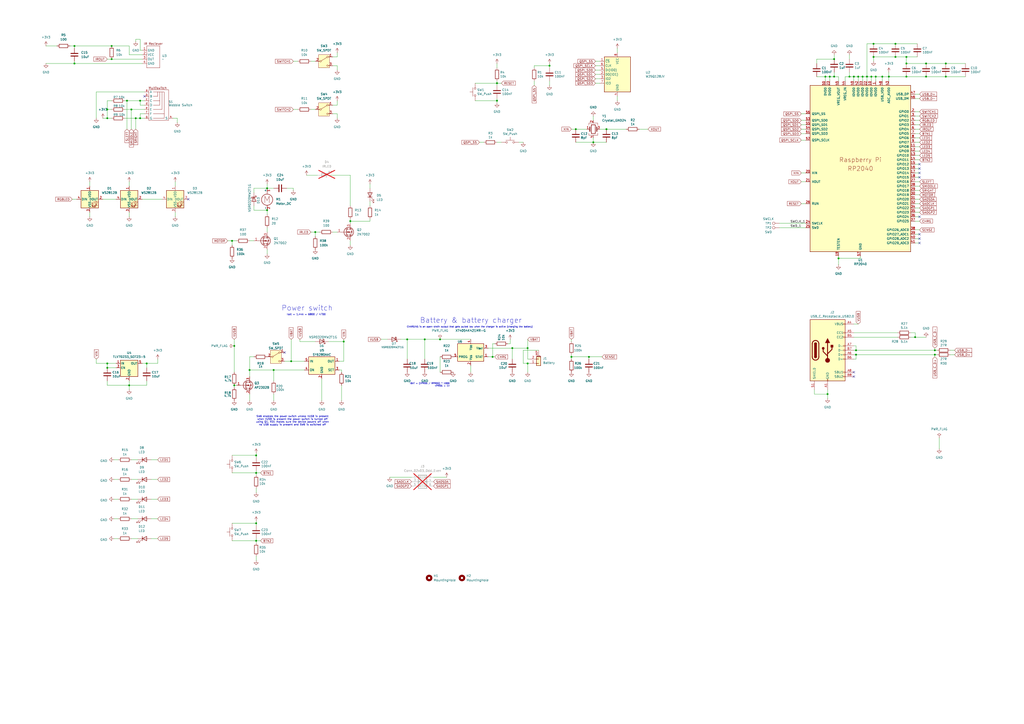
<source format=kicad_sch>
(kicad_sch (version 20231120) (generator "eeschema") (generator_version "8.0")
  (paper "A2")
  (junction (at 135.89 223.52))
  (junction (at 486.41 149.86))
  (junction (at 496.57 205.74))
  (junction (at 525.78 33.02))
  (junction (at 483.87 44.45))
  (junction (at 306.07 201.93))
  (junction (at 548.64 44.45))
  (junction (at 525.78 36.83))
  (junction (at 76.2 63.5))
  (junction (at 73.66 58.42))
  (junction (at 62.23 213.36))
  (junction (at 236.22 196.85))
  (junction (at 537.21 36.83))
  (junction (at 511.81 44.45))
  (junction (at 318.77 38.1))
  (junction (at 62.23 210.82))
  (junction (at 344.17 82.55))
  (junction (at 182.88 134.62))
  (junction (at 478.79 44.45))
  (junction (at 331.47 207.01))
  (junction (at 288.29 58.42))
  (junction (at 483.87 34.29))
  (junction (at 148.59 274.32))
  (junction (at 542.29 203.2))
  (junction (at 505.46 44.45))
  (junction (at 351.79 74.93))
  (junction (at 502.92 44.45))
  (junction (at 148.59 303.53))
  (junction (at 481.33 44.45))
  (junction (at 530.86 195.58))
  (junction (at 81.28 58.42))
  (junction (at 144.78 214.63))
  (junction (at 64.77 26.67))
  (junction (at 134.62 139.7))
  (junction (at 203.2 128.27))
  (junction (at 548.64 36.83))
  (junction (at 495.3 44.45))
  (junction (at 81.28 68.58))
  (junction (at 43.18 36.83))
  (junction (at 525.78 44.45))
  (junction (at 62.23 68.58))
  (junction (at 519.43 25.4))
  (junction (at 480.06 228.6))
  (junction (at 334.01 74.93))
  (junction (at 168.91 209.55))
  (junction (at 306.07 210.82))
  (junction (at 515.62 44.45))
  (junction (at 506.73 25.4))
  (junction (at 78.74 68.58))
  (junction (at 74.93 223.52))
  (junction (at 506.73 33.02))
  (junction (at 135.89 200.66))
  (junction (at 154.94 109.22))
  (junction (at 62.23 63.5))
  (junction (at 64.77 34.29))
  (junction (at 158.75 214.63))
  (junction (at 497.84 44.45))
  (junction (at 85.09 210.82))
  (junction (at 199.39 198.12))
  (junction (at 341.63 207.01))
  (junction (at 542.29 205.74))
  (junction (at 148.59 264.16))
  (junction (at 537.21 44.45))
  (junction (at 297.18 201.93))
  (junction (at 285.75 207.01))
  (junction (at 148.59 313.69))
  (junction (at 246.38 196.85))
  (junction (at 255.27 196.85))
  (junction (at 492.76 44.45))
  (junction (at 496.57 203.2))
  (junction (at 154.94 121.92))
  (junction (at 508 44.45))
  (junction (at 500.38 44.45))
  (junction (at 288.29 48.26))
  (junction (at 519.43 33.02))
  (junction (at 43.18 26.67))
  (no_connect (at 495.3 218.44))
  (no_connect (at 533.4 135.89))
  (no_connect (at 165.1 204.47))
  (no_connect (at 533.4 102.87))
  (no_connect (at 533.4 138.43))
  (no_connect (at 533.4 100.33))
  (no_connect (at 533.4 95.25))
  (no_connect (at 109.22 115.57))
  (no_connect (at 83.82 55.88))
  (no_connect (at 533.4 97.79))
  (no_connect (at 533.4 140.97))
  (no_connect (at 495.3 215.9))
  (no_connect (at 533.4 125.73))
  (wire (pts (xy 506.73 25.4) (xy 502.92 25.4)))
  (wire (pts (xy 78.74 68.58) (xy 81.28 68.58)))
  (wire (pts (xy 486.41 149.86) (xy 486.41 148.59)))
  (wire (pts (xy 345.44 45.72) (xy 347.98 45.72)))
  (wire (pts (xy 306.07 196.85) (xy 306.07 201.93)))
  (wire (pts (xy 154.94 132.08) (xy 154.94 134.62)))
  (wire (pts (xy 496.57 208.28) (xy 496.57 205.74)))
  (wire (pts (xy 331.47 74.93) (xy 334.01 74.93)))
  (wire (pts (xy 255.27 196.85) (xy 273.05 196.85)))
  (wire (pts (xy 288.29 48.26) (xy 275.59 48.26)))
  (wire (pts (xy 62.23 213.36) (xy 62.23 210.82)))
  (wire (pts (xy 530.86 110.49) (xy 533.4 110.49)))
  (wire (pts (xy 220.98 196.85) (xy 224.79 196.85)))
  (wire (pts (xy 198.12 214.63) (xy 196.85 214.63)))
  (wire (pts (xy 236.22 196.85) (xy 246.38 196.85)))
  (wire (pts (xy 148.59 322.58) (xy 148.59 325.12)))
  (wire (pts (xy 464.82 105.41) (xy 467.36 105.41)))
  (wire (pts (xy 490.22 46.99) (xy 490.22 44.45)))
  (wire (pts (xy 490.22 44.45) (xy 492.76 44.45)))
  (wire (pts (xy 519.43 25.4) (xy 506.73 25.4)))
  (wire (pts (xy 87.63 266.7) (xy 91.44 266.7)))
  (wire (pts (xy 52.07 105.41) (xy 52.07 107.95)))
  (wire (pts (xy 148.59 264.16) (xy 148.59 265.43)))
  (wire (pts (xy 530.86 77.47) (xy 533.4 77.47)))
  (wire (pts (xy 165.1 209.55) (xy 168.91 209.55)))
  (wire (pts (xy 236.22 208.28) (xy 236.22 196.85)))
  (wire (pts (xy 154.94 106.68) (xy 154.94 109.22)))
  (wire (pts (xy 195.58 66.04) (xy 195.58 68.58)))
  (wire (pts (xy 530.86 105.41) (xy 533.4 105.41)))
  (wire (pts (xy 73.66 58.42) (xy 73.66 74.93)))
  (wire (pts (xy 203.2 101.6) (xy 203.2 119.38)))
  (wire (pts (xy 81.28 58.42) (xy 81.28 60.96)))
  (wire (pts (xy 483.87 41.91) (xy 483.87 44.45)))
  (wire (pts (xy 198.12 215.9) (xy 198.12 214.63)))
  (wire (pts (xy 82.55 210.82) (xy 85.09 210.82)))
  (wire (pts (xy 530.86 107.95) (xy 533.4 107.95)))
  (wire (pts (xy 288.29 58.42) (xy 288.29 57.15)))
  (wire (pts (xy 530.86 138.43) (xy 533.4 138.43)))
  (wire (pts (xy 530.86 74.93) (xy 533.4 74.93)))
  (wire (pts (xy 548.64 36.83) (xy 537.21 36.83)))
  (wire (pts (xy 351.79 74.93) (xy 363.22 74.93)))
  (wire (pts (xy 532.13 33.02) (xy 525.78 33.02)))
  (wire (pts (xy 85.09 213.36) (xy 85.09 210.82)))
  (wire (pts (xy 495.3 195.58) (xy 520.7 195.58)))
  (wire (pts (xy 64.77 58.42) (xy 62.23 58.42)))
  (wire (pts (xy 542.29 205.74) (xy 542.29 207.01)))
  (wire (pts (xy 76.2 300.99) (xy 80.01 300.99)))
  (wire (pts (xy 134.62 303.53) (xy 148.59 303.53)))
  (wire (pts (xy 182.88 134.62) (xy 185.42 134.62)))
  (wire (pts (xy 480.06 228.6) (xy 480.06 231.14)))
  (wire (pts (xy 486.41 44.45) (xy 483.87 44.45)))
  (wire (pts (xy 134.62 274.32) (xy 148.59 274.32)))
  (wire (pts (xy 170.18 109.22) (xy 170.18 110.49)))
  (wire (pts (xy 186.69 219.71) (xy 186.69 232.41)))
  (wire (pts (xy 203.2 128.27) (xy 203.2 129.54)))
  (wire (pts (xy 203.2 139.7) (xy 203.2 142.24)))
  (wire (pts (xy 278.13 82.55) (xy 280.67 82.55)))
  (wire (pts (xy 59.69 115.57) (xy 67.31 115.57)))
  (wire (pts (xy 288.29 48.26) (xy 288.29 49.53)))
  (wire (pts (xy 246.38 196.85) (xy 246.38 208.28)))
  (wire (pts (xy 195.58 33.02) (xy 195.58 30.48)))
  (wire (pts (xy 505.46 44.45) (xy 508 44.45)))
  (wire (pts (xy 303.53 203.2) (xy 303.53 210.82)))
  (wire (pts (xy 351.79 82.55) (xy 344.17 82.55)))
  (wire (pts (xy 495.3 193.04) (xy 520.7 193.04)))
  (wire (pts (xy 55.88 53.34) (xy 55.88 68.58)))
  (wire (pts (xy 288.29 46.99) (xy 288.29 48.26)))
  (wire (pts (xy 358.14 55.88) (xy 358.14 58.42)))
  (wire (pts (xy 530.86 133.35) (xy 533.4 133.35)))
  (wire (pts (xy 500.38 44.45) (xy 502.92 44.45)))
  (wire (pts (xy 76.2 289.56) (xy 80.01 289.56)))
  (wire (pts (xy 87.63 278.13) (xy 91.44 278.13)))
  (wire (pts (xy 62.23 210.82) (xy 67.31 210.82)))
  (wire (pts (xy 525.78 44.45) (xy 515.62 44.45)))
  (wire (pts (xy 148.59 274.32) (xy 151.13 274.32)))
  (wire (pts (xy 486.41 153.67) (xy 486.41 149.86)))
  (wire (pts (xy 87.63 312.42) (xy 91.44 312.42)))
  (wire (pts (xy 148.59 274.32) (xy 148.59 273.05)))
  (wire (pts (xy 345.44 38.1) (xy 347.98 38.1)))
  (wire (pts (xy 530.86 135.89) (xy 533.4 135.89)))
  (wire (pts (xy 492.76 31.75) (xy 492.76 34.29)))
  (wire (pts (xy 76.2 312.42) (xy 80.01 312.42)))
  (wire (pts (xy 530.86 195.58) (xy 537.21 195.58)))
  (wire (pts (xy 464.82 77.47) (xy 467.36 77.47)))
  (wire (pts (xy 158.75 214.63) (xy 158.75 220.98)))
  (wire (pts (xy 347.98 74.93) (xy 351.79 74.93)))
  (wire (pts (xy 334.01 82.55) (xy 344.17 82.55)))
  (wire (pts (xy 168.91 196.85) (xy 168.91 209.55)))
  (wire (pts (xy 306.07 210.82) (xy 306.07 215.9)))
  (wire (pts (xy 300.99 82.55) (xy 303.53 82.55)))
  (wire (pts (xy 464.82 100.33) (xy 467.36 100.33)))
  (wire (pts (xy 560.07 36.83) (xy 548.64 36.83)))
  (wire (pts (xy 288.29 48.26) (xy 290.83 48.26)))
  (wire (pts (xy 499.11 148.59) (xy 499.11 149.86)))
  (wire (pts (xy 530.86 67.31) (xy 533.4 67.31)))
  (wire (pts (xy 55.88 208.28) (xy 55.88 210.82)))
  (wire (pts (xy 76.2 63.5) (xy 76.2 74.93)))
  (wire (pts (xy 331.47 207.01) (xy 331.47 208.28)))
  (wire (pts (xy 76.2 266.7) (xy 80.01 266.7)))
  (wire (pts (xy 193.04 66.04) (xy 195.58 66.04)))
  (wire (pts (xy 287.02 199.39) (xy 285.75 199.39)))
  (wire (pts (xy 81.28 58.42) (xy 83.82 58.42)))
  (wire (pts (xy 481.33 44.45) (xy 478.79 44.45)))
  (wire (pts (xy 525.78 33.02) (xy 519.43 33.02)))
  (wire (pts (xy 495.3 200.66) (xy 496.57 200.66)))
  (wire (pts (xy 74.93 123.19) (xy 74.93 125.73)))
  (wire (pts (xy 303.53 210.82) (xy 306.07 210.82)))
  (wire (pts (xy 345.44 40.64) (xy 347.98 40.64)))
  (wire (pts (xy 295.91 196.85) (xy 295.91 199.39)))
  (wire (pts (xy 530.86 69.85) (xy 533.4 69.85)))
  (wire (pts (xy 232.41 196.85) (xy 236.22 196.85)))
  (wire (pts (xy 68.58 289.56) (xy 66.04 289.56)))
  (wire (pts (xy 528.32 195.58) (xy 530.86 195.58)))
  (wire (pts (xy 528.32 193.04) (xy 530.86 193.04)))
  (wire (pts (xy 473.71 36.83) (xy 473.71 34.29)))
  (wire (pts (xy 495.3 46.99) (xy 495.3 44.45)))
  (wire (pts (xy 73.66 58.42) (xy 81.28 58.42)))
  (wire (pts (xy 101.6 123.19) (xy 101.6 125.73)))
  (wire (pts (xy 542.29 203.2) (xy 543.56 203.2)))
  (wire (pts (xy 72.39 68.58) (xy 78.74 68.58)))
  (wire (pts (xy 530.86 100.33) (xy 533.4 100.33)))
  (wire (pts (xy 81.28 66.04) (xy 81.28 68.58)))
  (wire (pts (xy 500.38 46.99) (xy 500.38 44.45)))
  (wire (pts (xy 297.18 201.93) (xy 306.07 201.93)))
  (wire (pts (xy 82.55 115.57) (xy 93.98 115.57)))
  (wire (pts (xy 495.3 44.45) (xy 497.84 44.45)))
  (wire (pts (xy 318.77 36.83) (xy 318.77 38.1)))
  (wire (pts (xy 481.33 46.99) (xy 481.33 44.45)))
  (wire (pts (xy 154.94 109.22) (xy 158.75 109.22)))
  (wire (pts (xy 334.01 74.93) (xy 340.36 74.93)))
  (wire (pts (xy 91.44 208.28) (xy 91.44 210.82)))
  (wire (pts (xy 144.78 139.7) (xy 147.32 139.7)))
  (wire (pts (xy 193.04 134.62) (xy 195.58 134.62)))
  (wire (pts (xy 530.86 80.01) (xy 533.4 80.01)))
  (wire (pts (xy 134.62 313.69) (xy 148.59 313.69)))
  (wire (pts (xy 530.86 85.09) (xy 533.4 85.09)))
  (wire (pts (xy 64.77 34.29) (xy 82.55 34.29)))
  (wire (pts (xy 452.12 132.08) (xy 467.36 132.08)))
  (wire (pts (xy 519.43 33.02) (xy 506.73 33.02)))
  (wire (pts (xy 74.93 223.52) (xy 85.09 223.52)))
  (wire (pts (xy 542.29 201.93) (xy 542.29 203.2)))
  (wire (pts (xy 85.09 210.82) (xy 91.44 210.82)))
  (wire (pts (xy 144.78 214.63) (xy 158.75 214.63)))
  (wire (pts (xy 530.86 123.19) (xy 533.4 123.19)))
  (wire (pts (xy 530.86 92.71) (xy 533.4 92.71)))
  (wire (pts (xy 87.63 300.99) (xy 91.44 300.99)))
  (wire (pts (xy 148.59 262.89) (xy 148.59 264.16)))
  (wire (pts (xy 158.75 214.63) (xy 176.53 214.63)))
  (wire (pts (xy 508 44.45) (xy 511.81 44.45)))
  (wire (pts (xy 344.17 80.01) (xy 344.17 82.55)))
  (wire (pts (xy 67.31 213.36) (xy 62.23 213.36)))
  (wire (pts (xy 285.75 207.01) (xy 287.02 207.01)))
  (wire (pts (xy 515.62 41.91) (xy 515.62 44.45)))
  (wire (pts (xy 148.59 314.96) (xy 148.59 313.69)))
  (wire (pts (xy 306.07 208.28) (xy 307.34 208.28)))
  (wire (pts (xy 273.05 212.09) (xy 273.05 215.9)))
  (wire (pts (xy 72.39 63.5) (xy 76.2 63.5)))
  (wire (pts (xy 560.07 44.45) (xy 548.64 44.45)))
  (wire (pts (xy 464.82 69.85) (xy 467.36 69.85)))
  (wire (pts (xy 472.44 228.6) (xy 480.06 228.6)))
  (wire (pts (xy 495.3 208.28) (xy 496.57 208.28)))
  (wire (pts (xy 55.88 210.82) (xy 62.23 210.82)))
  (wire (pts (xy 26.67 26.67) (xy 33.02 26.67)))
  (wire (pts (xy 309.88 38.1) (xy 309.88 39.37)))
  (wire (pts (xy 173.99 196.85) (xy 173.99 198.12)))
  (wire (pts (xy 40.64 26.67) (xy 43.18 26.67)))
  (wire (pts (xy 203.2 128.27) (xy 214.63 128.27)))
  (wire (pts (xy 74.93 31.75) (xy 74.93 26.67)))
  (wire (pts (xy 148.59 302.26) (xy 148.59 303.53)))
  (wire (pts (xy 358.14 27.94) (xy 358.14 30.48)))
  (wire (pts (xy 148.59 283.21) (xy 148.59 285.75)))
  (wire (pts (xy 76.2 63.5) (xy 83.82 63.5)))
  (wire (pts (xy 452.12 129.54) (xy 467.36 129.54)))
  (wire (pts (xy 135.89 223.52) (xy 135.89 224.79)))
  (wire (pts (xy 43.18 36.83) (xy 43.18 35.56)))
  (wire (pts (xy 483.87 44.45) (xy 481.33 44.45)))
  (wire (pts (xy 196.85 209.55) (xy 199.39 209.55)))
  (wire (pts (xy 486.41 46.99) (xy 486.41 44.45)))
  (wire (pts (xy 548.64 44.45) (xy 537.21 44.45)))
  (wire (pts (xy 551.18 205.74) (xy 553.72 205.74)))
  (wire (pts (xy 74.93 223.52) (xy 74.93 226.06)))
  (wire (pts (xy 497.84 46.99) (xy 497.84 44.45)))
  (wire (pts (xy 303.53 203.2) (xy 312.42 203.2)))
  (wire (pts (xy 297.18 208.28) (xy 297.18 201.93)))
  (wire (pts (xy 502.92 46.99) (xy 502.92 44.45)))
  (wire (pts (xy 473.71 34.29) (xy 483.87 34.29)))
  (wire (pts (xy 147.32 119.38) (xy 147.32 121.92)))
  (wire (pts (xy 43.18 26.67) (xy 43.18 27.94)))
  (wire (pts (xy 52.07 123.19) (xy 52.07 125.73)))
  (wire (pts (xy 154.94 109.22) (xy 147.32 109.22)))
  (wire (pts (xy 464.82 66.04) (xy 467.36 66.04)))
  (wire (pts (xy 62.23 68.58) (xy 64.77 68.58)))
  (wire (pts (xy 502.92 44.45) (xy 505.46 44.45)))
  (wire (pts (xy 496.57 205.74) (xy 542.29 205.74)))
  (wire (pts (xy 144.78 214.63) (xy 144.78 218.44)))
  (wire (pts (xy 318.77 38.1) (xy 318.77 39.37)))
  (wire (pts (xy 530.86 125.73) (xy 533.4 125.73)))
  (wire (pts (xy 170.18 35.56) (xy 172.72 35.56)))
  (wire (pts (xy 26.67 36.83) (xy 43.18 36.83)))
  (wire (pts (xy 166.37 109.22) (xy 170.18 109.22)))
  (wire (pts (xy 135.89 196.85) (xy 135.89 200.66)))
  (wire (pts (xy 530.86 128.27) (xy 533.4 128.27)))
  (wire (pts (xy 309.88 46.99) (xy 309.88 49.53)))
  (wire (pts (xy 168.91 209.55) (xy 176.53 209.55)))
  (wire (pts (xy 331.47 205.74) (xy 331.47 207.01)))
  (wire (pts (xy 134.62 139.7) (xy 137.16 139.7)))
  (wire (pts (xy 285.75 207.01) (xy 283.21 207.01)))
  (wire (pts (xy 370.84 74.93) (xy 375.92 74.93)))
  (wire (pts (xy 68.58 266.7) (xy 66.04 266.7)))
  (wire (pts (xy 537.21 36.83) (xy 525.78 36.83)))
  (wire (pts (xy 496.57 200.66) (xy 496.57 203.2)))
  (wire (pts (xy 82.55 31.75) (xy 74.93 31.75)))
  (wire (pts (xy 464.82 74.93) (xy 467.36 74.93)))
  (wire (pts (xy 345.44 43.18) (xy 347.98 43.18)))
  (wire (pts (xy 81.28 29.21) (xy 81.28 22.86)))
  (wire (pts (xy 177.8 101.6) (xy 184.15 101.6)))
  (wire (pts (xy 341.63 207.01) (xy 341.63 208.28)))
  (wire (pts (xy 74.93 105.41) (xy 74.93 107.95)))
  (wire (pts (xy 214.63 106.68) (xy 214.63 109.22)))
  (wire (pts (xy 478.79 44.45) (xy 473.71 44.45)))
  (wire (pts (xy 530.86 64.77) (xy 533.4 64.77)))
  (wire (pts (xy 530.86 90.17) (xy 533.4 90.17)))
  (wire (pts (xy 74.93 220.98) (xy 74.93 223.52)))
  (wire (pts (xy 191.77 101.6) (xy 203.2 101.6)))
  (wire (pts (xy 102.87 68.58) (xy 102.87 71.12)))
  (wire (pts (xy 137.16 223.52) (xy 135.89 223.52)))
  (wire (pts (xy 81.28 60.96) (xy 83.82 60.96)))
  (wire (pts (xy 64.77 26.67) (xy 74.93 26.67)))
  (wire (pts (xy 100.33 68.58) (xy 102.87 68.58)))
  (wire (pts (xy 144.78 207.01) (xy 144.78 214.63)))
  (wire (pts (xy 158.75 228.6) (xy 158.75 232.41)))
  (wire (pts (xy 295.91 199.39) (xy 294.64 199.39)))
  (wire (pts (xy 551.18 203.2) (xy 553.72 203.2)))
  (wire (pts (xy 68.58 312.42) (xy 66.04 312.42)))
  (wire (pts (xy 511.81 46.99) (xy 511.81 44.45)))
  (wire (pts (xy 132.08 139.7) (xy 134.62 139.7)))
  (wire (pts (xy 331.47 207.01) (xy 341.63 207.01)))
  (wire (pts (xy 508 46.99) (xy 508 44.45)))
  (wire (pts (xy 193.04 60.96) (xy 195.58 60.96)))
  (wire (pts (xy 195.58 60.96) (xy 195.58 58.42)))
  (wire (pts (xy 148.59 313.69) (xy 148.59 312.42)))
  (wire (pts (xy 530.86 120.65) (xy 533.4 120.65)))
  (wire (pts (xy 530.86 115.57) (xy 533.4 115.57)))
  (wire (pts (xy 173.99 198.12) (xy 182.88 198.12)))
  (wire (pts (xy 68.58 300.99) (xy 66.04 300.99)))
  (wire (pts (xy 480.06 226.06) (xy 480.06 228.6)))
  (wire (pts (xy 537.21 44.45) (xy 525.78 44.45)))
  (wire (pts (xy 502.92 25.4) (xy 502.92 44.45)))
  (wire (pts (xy 87.63 289.56) (xy 91.44 289.56)))
  (wire (pts (xy 62.23 58.42) (xy 62.23 63.5)))
  (wire (pts (xy 182.88 134.62) (xy 182.88 137.16)))
  (wire (pts (xy 495.3 187.96) (xy 497.84 187.96)))
  (wire (pts (xy 148.59 275.59) (xy 148.59 274.32)))
  (wire (pts (xy 318.77 38.1) (xy 309.88 38.1)))
  (wire (pts (xy 193.04 33.02) (xy 195.58 33.02)))
  (wire (pts (xy 483.87 31.75) (xy 483.87 34.29)))
  (wire (pts (xy 82.55 29.21) (xy 81.28 29.21)))
  (wire (pts (xy 530.86 113.03) (xy 533.4 113.03)))
  (wire (pts (xy 544.83 254) (xy 544.83 260.35)))
  (wire (pts (xy 285.75 199.39) (xy 285.75 207.01)))
  (wire (pts (xy 59.69 68.58) (xy 62.23 68.58)))
  (wire (pts (xy 81.28 68.58) (xy 83.82 68.58)))
  (wire (pts (xy 542.29 205.74) (xy 543.56 205.74)))
  (wire (pts (xy 344.17 67.31) (xy 344.17 69.85)))
  (wire (pts (xy 492.76 41.91) (xy 492.76 44.45)))
  (wire (pts (xy 180.34 35.56) (xy 182.88 35.56)))
  (wire (pts (xy 154.94 121.92) (xy 154.94 124.46)))
  (wire (pts (xy 506.73 33.02) (xy 506.73 35.56)))
  (wire (pts (xy 83.82 66.04) (xy 81.28 66.04)))
  (wire (pts (xy 472.44 226.06) (xy 472.44 228.6)))
  (wire (pts (xy 530.86 97.79) (xy 533.4 97.79)))
  (wire (pts (xy 511.81 44.45) (xy 515.62 44.45)))
  (wire (pts (xy 497.84 44.45) (xy 500.38 44.45)))
  (wire (pts (xy 318.77 46.99) (xy 318.77 49.53)))
  (wire (pts (xy 43.18 26.67) (xy 64.77 26.67)))
  (wire (pts (xy 148.59 303.53) (xy 148.59 304.8)))
  (wire (pts (xy 288.29 36.83) (xy 288.29 39.37)))
  (wire (pts (xy 530.86 140.97) (xy 533.4 140.97)))
  (wire (pts (xy 195.58 38.1) (xy 195.58 40.64)))
  (wire (pts (xy 180.34 134.62) (xy 182.88 134.62)))
  (wire (pts (xy 41.91 115.57) (xy 44.45 115.57)))
  (wire (pts (xy 199.39 198.12) (xy 199.39 196.85)))
  (wire (pts (xy 154.94 144.78) (xy 154.94 147.32)))
  (wire (pts (xy 147.32 121.92) (xy 154.94 121.92)))
  (wire (pts (xy 134.62 139.7) (xy 134.62 142.24)))
  (wire (pts (xy 62.23 223.52) (xy 74.93 223.52)))
  (wire (pts (xy 193.04 38.1) (xy 195.58 38.1)))
  (wire (pts (xy 530.86 193.04) (xy 530.86 195.58)))
  (wire (pts (xy 283.21 201.93) (xy 297.18 201.93)))
  (wire (pts (xy 147.32 207.01) (xy 144.78 207.01)))
  (wire (pts (xy 496.57 203.2) (xy 542.29 203.2)))
  (wire (pts (xy 134.62 264.16) (xy 148.59 264.16)))
  (wire (pts (xy 78.74 68.58) (xy 78.74 74.93)))
  (wire (pts (xy 495.3 203.2) (xy 496.57 203.2)))
  (wire (pts (xy 530.86 102.87) (xy 533.4 102.87)))
  (wire (pts (xy 505.46 46.99) (xy 505.46 44.45)))
  (wire (pts (xy 464.82 72.39) (xy 467.36 72.39)))
  (wire (pts (xy 306.07 201.93) (xy 306.07 208.28)))
  (wire (pts (xy 180.34 63.5) (xy 182.88 63.5)))
  (wire (pts (xy 288.29 82.55) (xy 290.83 82.55)))
  (wire (pts (xy 83.82 53.34) (xy 55.88 53.34)))
  (wire (pts (xy 62.23 34.29) (xy 64.77 34.29)))
  (wire (pts (xy 515.62 44.45) (xy 515.62 46.99)))
  (wire (pts (xy 147.32 109.22) (xy 147.32 111.76)))
  (wire (pts (xy 203.2 127) (xy 203.2 128.27)))
  (wire (pts (xy 76.2 278.13) (xy 80.01 278.13)))
  (wire (pts (xy 62.23 220.98) (xy 62.23 223.52)))
  (wire (pts (xy 68.58 278.13) (xy 66.04 278.13)))
  (wire (pts (xy 345.44 48.26) (xy 347.98 48.26)))
  (wire (pts (xy 345.44 35.56) (xy 347.98 35.56)))
  (wire (pts (xy 530.86 95.25) (xy 533.4 95.25)))
  (wire (pts (xy 478.79 44.45) (xy 478.79 46.99)))
  (wire (pts (xy 62.23 63.5) (xy 62.23 68.58)))
  (wire (pts (xy 101.6 105.41) (xy 101.6 107.95)))
  (wire (pts (xy 170.18 63.5) (xy 172.72 63.5)))
  (wire (pts (xy 464.82 81.28) (xy 467.36 81.28)))
  (wire (pts (xy 246.38 196.85) (xy 255.27 196.85)))
  (wire (pts (xy 199.39 198.12) (xy 199.39 209.55)))
  (wire (pts (xy 198.12 223.52) (xy 198.12 232.41)))
  (wire (pts (xy 331.47 196.85) (xy 331.47 198.12)))
  (wire (pts (xy 72.39 58.42) (xy 73.66 58.42)))
  (wire (pts (xy 62.23 63.5) (xy 64.77 63.5)))
  (wire (pts (xy 530.86 87.63) (xy 533.4 87.63)))
  (wire (pts (xy 530.86 57.15) (xy 533.4 57.15)))
  (wire (pts (xy 214.63 128.27) (xy 214.63 127)))
  (wire (pts (xy 288.29 58.42) (xy 288.29 59.69)))
  (wire (pts (xy 43.18 36.83) (xy 82.55 36.83)))
  (wire (pts (xy 499.11 149.86) (xy 486.41 149.86)))
  (wire (pts (xy 144.78 228.6) (xy 144.78 232.41)))
  (wire (pts (xy 525.78 36.83) (xy 525.78 33.02)))
  (wire (pts (xy 214.63 116.84) (xy 214.63 119.38)))
  (wire (pts (xy 81.28 22.86) (xy 78.74 22.86)))
  (wire (pts (xy 148.59 313.69) (xy 151.13 313.69)))
  (wire (pts (xy 530.86 72.39) (xy 533.4 72.39)))
  (wire (pts (xy 135.89 200.66) (xy 135.89 215.9)))
  (wire (pts (xy 275.59 58.42) (xy 288.29 58.42)))
  (wire (pts (xy 85.09 223.52) (xy 85.09 220.98)))
  (wire (pts (xy 255.27 207.01) (xy 255.27 215.9)))
  (wire (pts (xy 530.86 54.61) (xy 533.4 54.61)))
  (wire (pts (xy 495.3 205.74) (xy 496.57 205.74)))
  (wire (pts (xy 226.06 276.86) (xy 238.76 276.86)))
  (wire (pts (xy 341.63 207.01) (xy 349.25 207.01)))
  (wire (pts (xy 190.5 198.12) (xy 199.39 198.12)))
  (wire (pts (xy 464.82 118.11) (xy 467.36 118.11)))
  (wire (pts (xy 530.86 82.55) (xy 533.4 82.55)))
  (wire (pts (xy 251.46 276.86) (xy 259.08 276.86)))
  (wire (pts (xy 530.86 118.11) (xy 533.4 118.11)))
  (wire (pts (xy 532.13 25.4) (xy 519.43 25.4)))
  (wire (pts (xy 492.76 44.45) (xy 495.3 44.45)))
  (wire (pts (xy 307.34 210.82) (xy 306.07 210.82)))
  (wire (pts (xy 78.74 22.86) (xy 78.74 24.13)))
  (text "Iset = 1.44A = 6800 / 4700" (at 166.37 183.134 0) (effects (font (size 0.9906 0.9906)) (justify left bottom)))
  (text "IBAT = (VPROG / RPROG) * 1000\nVPROG = 1V\n" (at 260.858 224.536 0) (effects (font (size 0.889 0.889)) (justify right bottom)))
  (text "Battery & battery charger" (at 302.768 187.706 0) (effects (font (size 2.9972 2.9972)) (justify right bottom)))
  (text "Power switch" (at 193.04 180.594 0) (effects (font (size 2.9972 2.9972)) (justify right bottom)))
  (text "SW6 enables the power switch unless VUSB is present\nwhen VUSB is present the power switch is turned off\nusing Q1. R31 makes sure the device powers off when\nno USB supply is present and SW6 is switched off" (at 169.672 244.094 0) (effects (font (size 1 1))))
  (text "CHARGING is an open-drain output that gets pulled low when the charger is active (charging the battery)" (at 309.118 190.246 0) (effects (font (size 0.889 0.889)) (justify right bottom)))
  (label "SWD_1" (at 458.47 132.08 0))
  (label "SWCLK_1" (at 458.47 129.54 0))
  (global_label "USB_D-" (shape input) (at 533.4 57.15 0) (property "Intersheetrefs" "${INTERSHEET_REFS}" (effects (hide yes))))
  (global_label "QSPI_SD1" (shape input) (at 345.44 43.18 180) (property "Intersheetrefs" "${INTERSHEET_REFS}" (effects (hide yes))))
  (global_label "QSPI_SD0" (shape input) (at 464.82 69.85 180) (property "Intersheetrefs" "${INTERSHEET_REFS}" (effects (hide yes))))
  (global_label "BTN1" (shape input) (at 533.4 77.47 0) (property "Intersheetrefs" "${INTERSHEET_REFS}" (effects (hide yes))))
  (global_label "USB_C_D-" (shape input) (at 542.29 201.93 90) (property "Intersheetrefs" "${INTERSHEET_REFS}" (effects (hide yes))))
  (global_label "LED2" (shape input) (at 91.44 278.13 0) (property "Intersheetrefs" "${INTERSHEET_REFS}" (effects (hide yes))))
  (global_label "XOUT" (shape input) (at 375.92 74.93 0) (property "Intersheetrefs" "${INTERSHEET_REFS}" (effects (hide yes))))
  (global_label "LED2" (shape input) (at 533.4 82.55 0) (property "Intersheetrefs" "${INTERSHEET_REFS}" (effects (hide yes))))
  (global_label "VUSB" (shape input) (at 497.84 187.96 90) (property "Intersheetrefs" "${INTERSHEET_REFS}" (effects (hide yes))))
  (global_label "QSPI_SD2" (shape input) (at 345.44 45.72 180) (property "Intersheetrefs" "${INTERSHEET_REFS}" (effects (hide yes))))
  (global_label "SAOGP1" (shape input) (at 251.46 281.94 0) (property "Intersheetrefs" "${INTERSHEET_REFS}" (effects (hide yes))))
  (global_label "QSPI_SD3" (shape input) (at 464.82 77.47 180) (property "Intersheetrefs" "${INTERSHEET_REFS}" (effects (hide yes))))
  (global_label "MOTOR" (shape input) (at 533.4 113.03 0) (property "Intersheetrefs" "${INTERSHEET_REFS}" (effects (hide yes))))
  (global_label "SWITCH1" (shape input) (at 533.4 64.77 0) (property "Intersheetrefs" "${INTERSHEET_REFS}" (effects (hide yes))))
  (global_label "SENSE" (shape input) (at 349.25 207.01 0) (property "Intersheetrefs" "${INTERSHEET_REFS}" (effects (hide yes))))
  (global_label "RGBLED" (shape input) (at 41.91 115.57 180) (property "Intersheetrefs" "${INTERSHEET_REFS}" (effects (hide yes))))
  (global_label "QSPI_SS" (shape input) (at 345.44 35.56 180) (property "Intersheetrefs" "${INTERSHEET_REFS}" (effects (hide yes))))
  (global_label "QSPI_SCLK" (shape input) (at 464.82 81.28 180) (property "Intersheetrefs" "${INTERSHEET_REFS}" (effects (hide yes))))
  (global_label "SMIDDLE" (shape input) (at 533.4 107.95 0) (property "Intersheetrefs" "${INTERSHEET_REFS}" (effects (hide yes))))
  (global_label "VBAT" (shape input) (at 168.91 196.85 90) (property "Intersheetrefs" "${INTERSHEET_REFS}" (effects (hide yes))))
  (global_label "QSPI_SD1" (shape input) (at 464.82 72.39 180) (property "Intersheetrefs" "${INTERSHEET_REFS}" (effects (hide yes))))
  (global_label "VIN" (shape input) (at 199.39 196.85 90) (property "Intersheetrefs" "${INTERSHEET_REFS}" (effects (hide yes))))
  (global_label "QSPI_SD0" (shape input) (at 345.44 40.64 180) (property "Intersheetrefs" "${INTERSHEET_REFS}" (effects (hide yes))))
  (global_label "VUSB" (shape input) (at 220.98 196.85 180) (property "Intersheetrefs" "${INTERSHEET_REFS}" (effects (hide yes))))
  (global_label "SRIGHT" (shape input) (at 533.4 110.49 0) (property "Intersheetrefs" "${INTERSHEET_REFS}" (effects (hide yes))))
  (global_label "CHRG" (shape input) (at 287.02 207.01 0) (property "Intersheetrefs" "${INTERSHEET_REFS}" (effects (hide yes))))
  (global_label "SWITCH2" (shape input) (at 533.4 67.31 0) (property "Intersheetrefs" "${INTERSHEET_REFS}" (effects (hide yes))))
  (global_label "VBAT" (shape input) (at 331.47 196.85 90) (property "Intersheetrefs" "${INTERSHEET_REFS}" (effects (hide yes))))
  (global_label "IROUT" (shape input) (at 62.23 34.29 180) (property "Intersheetrefs" "${INTERSHEET_REFS}" (effects (hide yes))))
  (global_label "VBAT" (shape input) (at 306.07 196.85 0) (property "Intersheetrefs" "${INTERSHEET_REFS}" (effects (hide yes))))
  (global_label "CHRG" (shape input) (at 533.4 128.27 0) (property "Intersheetrefs" "${INTERSHEET_REFS}" (effects (hide yes))))
  (global_label "SAOSDA" (shape input) (at 533.4 115.57 0) (property "Intersheetrefs" "${INTERSHEET_REFS}" (effects (hide yes))))
  (global_label "BTN1" (shape input) (at 151.13 274.32 0) (property "Intersheetrefs" "${INTERSHEET_REFS}" (effects (hide yes))))
  (global_label "SAOCLK" (shape input) (at 533.4 118.11 0) (property "Intersheetrefs" "${INTERSHEET_REFS}" (effects (hide yes))))
  (global_label "RGBLED" (shape input) (at 533.4 69.85 0) (property "Intersheetrefs" "${INTERSHEET_REFS}" (effects (hide yes))))
  (global_label "IRLED" (shape input) (at 180.34 134.62 180) (property "Intersheetrefs" "${INTERSHEET_REFS}" (effects (hide yes))))
  (global_label "USB_D+" (shape input) (at 533.4 54.61 0) (property "Intersheetrefs" "${INTERSHEET_REFS}" (effects (hide yes))))
  (global_label "USB_D-" (shape input) (at 553.72 203.2 0) (property "Intersheetrefs" "${INTERSHEET_REFS}" (effects (hide yes))))
  (global_label "QSPI_SS" (shape input) (at 309.88 49.53 270) (property "Intersheetrefs" "${INTERSHEET_REFS}" (effects (hide yes))))
  (global_label "BTN2" (shape input) (at 533.4 92.71 0) (property "Intersheetrefs" "${INTERSHEET_REFS}" (effects (hide yes))))
  (global_label "RESET" (shape input) (at 290.83 48.26 0) (property "Intersheetrefs" "${INTERSHEET_REFS}" (effects (hide yes))))
  (global_label "VUSB" (shape input) (at 173.99 196.85 90) (property "Intersheetrefs" "${INTERSHEET_REFS}" (effects (hide yes))))
  (global_label "MOTOR" (shape input) (at 132.08 139.7 180) (property "Intersheetrefs" "${INTERSHEET_REFS}" (effects (hide yes))))
  (global_label "USB_C_D+" (shape input) (at 542.29 207.01 270) (property "Intersheetrefs" "${INTERSHEET_REFS}" (effects (hide yes))))
  (global_label "SAOGP2" (shape input) (at 533.4 123.19 0) (property "Intersheetrefs" "${INTERSHEET_REFS}" (effects (hide yes))))
  (global_label "LED4" (shape input) (at 533.4 87.63 0) (property "Intersheetrefs" "${INTERSHEET_REFS}" (effects (hide yes))))
  (global_label "SLEFT" (shape input) (at 533.4 105.41 0) (property "Intersheetrefs" "${INTERSHEET_REFS}" (effects (hide yes))))
  (global_label "LED3" (shape input) (at 533.4 85.09 0) (property "Intersheetrefs" "${INTERSHEET_REFS}" (effects (hide yes))))
  (global_label "LED3" (shape input) (at 91.44 289.56 0) (property "Intersheetrefs" "${INTERSHEET_REFS}" (effects (hide yes))))
  (global_label "SWITCH1" (shape input) (at 170.18 35.56 180) (property "Intersheetrefs" "${INTERSHEET_REFS}" (effects (hide yes))))
  (global_label "QSPI_SS" (shape input) (at 464.82 66.04 180) (property "Intersheetrefs" "${INTERSHEET_REFS}" (effects (hide yes))))
  (global_label "USB_D+" (shape input) (at 553.72 205.74 0) (property "Intersheetrefs" "${INTERSHEET_REFS}" (effects (hide yes))))
  (global_label "LED5" (shape input) (at 533.4 90.17 0) (property "Intersheetrefs" "${INTERSHEET_REFS}" (effects (hide yes))))
  (global_label "IRLED" (shape input) (at 533.4 72.39 0) (property "Intersheetrefs" "${INTERSHEET_REFS}" (effects (hide yes))))
  (global_label "LED1" (shape input) (at 533.4 80.01 0) (property "Intersheetrefs" "${INTERSHEET_REFS}" (effects (hide yes))))
  (global_label "LED5" (shape input) (at 91.44 312.42 0) (property "Intersheetrefs" "${INTERSHEET_REFS}" (effects (hide yes))))
  (global_label "IROUT" (shape input) (at 533.4 74.93 0) (property "Intersheetrefs" "${INTERSHEET_REFS}" (effects (hide yes))))
  (global_label "SAOGP1" (shape input) (at 533.4 120.65 0) (property "Intersheetrefs" "${INTERSHEET_REFS}" (effects (hide yes))))
  (global_label "SLEFT" (shape input) (at 73.66 74.93 270) (property "Intersheetrefs" "${INTERSHEET_REFS}" (effects (hide yes))))
  (global_label "SENSE" (shape input) (at 533.4 133.35 0) (property "Intersheetrefs" "${INTERSHEET_REFS}" (effects (hide yes))))
  (global_label "RESET" (shape input) (at 464.82 118.11 180) (property "Intersheetrefs" "${INTERSHEET_REFS}" (effects (hide yes))))
  (global_label "SRIGHT" (shape input) (at 78.74 74.93 270) (property "Intersheetrefs" "${INTERSHEET_REFS}" (effects (hide yes))))
  (global_label "QSPI_SD2" (shape input) (at 464.82 74.93 180) (property "Intersheetrefs" "${INTERSHEET_REFS}" (effects (hide yes))))
  (global_label "QSPI_SD3" (shape input) (at 345.44 48.26 180) (property "Intersheetrefs" "${INTERSHEET_REFS}" (effects (hide yes))))
  (global_label "LED4" (shape input) (at 91.44 300.99 0) (property "Intersheetrefs" "${INTERSHEET_REFS}" (effects (hide yes))))
  (global_label "SMIDDLE" (shape input) (at 76.2 74.93 270) (property "Intersheetrefs" "${INTERSHEET_REFS}" (effects (hide yes))))
  (global_label "XIN" (shape input) (at 464.82 100.33 180) (property "Intersheetrefs" "${INTERSHEET_REFS}" (effects (hide yes))))
  (global_label "SWITCH2" (shape input) (at 170.18 63.5 180) (property "Intersheetrefs" "${INTERSHEET_REFS}" (effects (hide yes))))
  (global_label "BTN2" (shape input) (at 151.13 313.69 0) (property "Intersheetrefs" "${INTERSHEET_REFS}" (effects (hide yes))))
  (global_label "VUSB" (shape input) (at 135.89 196.85 90) (property "Intersheetrefs" "${INTERSHEET_REFS}" (effects (hide yes))))
  (global_label "XOUT" (shape input) (at 464.82 105.41 180) (property "Intersheetrefs" "${INTERSHEET_REFS}" (effects (hide yes))))
  (global_label "XIN" (shape input) (at 331.47 74.93 180) (property "Intersheetrefs" "${INTERSHEET_REFS}" (effects (hide yes))))
  (global_label "SAOSDA" (shape input) (at 251.46 279.4 0) (property "Intersheetrefs" "${INTERSHEET_REFS}" (effects (hide yes))))
  (global_label "VIN" (shape input) (at 55.88 208.28 90) (property "Intersheetrefs" "${INTERSHEET_REFS}" (effects (hide yes))))
  (global_label "SAOCLK" (shape input) (at 238.76 279.4 180) (property "Intersheetrefs" "${INTERSHEET_REFS}" (effects (hide yes))))
  (global_label "LED1" (shape input) (at 91.44 266.7 0) (property "Intersheetrefs" "${INTERSHEET_REFS}" (effects (hide yes))))
  (global_label "QSPI_SCLK" (shape input) (at 345.44 38.1 180) (property "Intersheetrefs" "${INTERSHEET_REFS}" (effects (hide yes))))
  (global_label "QSPI_SS" (shape input) (at 278.13 82.55 180) (property "Intersheetrefs" "${INTERSHEET_REFS}" (effects (hide yes))))
  (global_label "SAOGP2" (shape input) (at 238.76 281.94 180) (property "Intersheetrefs" "${INTERSHEET_REFS}" (effects (hide yes))))
  (symbol (lib_id "Device:R") (at 524.51 195.58 90) (unit 1)
    (property "Reference" "R28" (at 519.176 198.12 90))
    (property "Value" "5.1k" (at 524.51 198.12 90))
    (property "Footprint" "Resistor_SMD:R_0402_1005Metric" (effects (hide yes)))
    (property "LCSC" "C25905" (effects (hide yes)))
  )
  (symbol (lib_id "LED:WS2812B") (at 101.6 115.57 0) (unit 1)
    (property "Reference" "D3" (at 113.03 109.2514 0))
    (property "Value" "WS2812B" (at 113.03 111.7914 0))
    (property "Footprint" "LED_SMD:LED_WS2812B_PLCC4_5.0x5.0mm_P3.2mm" (effects (hide yes)))
    (property "Datasheet" "https://cdn-shop.adafruit.com/datasheets/WS2812B.pdf" (effects (hide yes)))
    (property "Description" "RGB LED with integrated controller" (effects (hide yes)))
    (property "LCSC" "C4154882" (effects (hide yes)))
  )
  (symbol (lib_id "power:GND") (at 358.14 58.42 0) (unit 1)
    (property "Reference" "#PWR011" (effects (hide yes)))
    (property "Value" "GND" (at 358.14 63.5 0))
    (property "Description" "Power symbol creates a global label with name \"GND\" , ground" (effects (hide yes)))
  )
  (symbol (lib_id "Device:R") (at 72.39 266.7 90) (unit 1)
    (property "Reference" "R15" (at 72.39 260.985 90))
    (property "Value" "1k" (at 72.39 263.525 90))
    (property "Footprint" "Resistor_SMD:R_0402_1005Metric" (effects (hide yes)))
    (property "LCSC" "C11702" (effects (hide yes)))
  )
  (symbol (lib_id "MCU_RaspberryPi_RP2040:RP2040") (at 499.11 97.79 0) (unit 1)
    (property "Reference" "U1" (at 499.11 150.8506 0))
    (property "Value" "RP2040" (at 499.11 153.162 0))
    (property "Footprint" "RP2040_minimal:RP2040-QFN-56" (effects (hide yes)))
    (property "LCSC" "C2040" (effects (hide yes)))
  )
  (symbol (lib_id "Device:R") (at 68.58 58.42 90) (unit 1)
    (property "Reference" "R7" (at 67.056 56.388 90))
    (property "Value" "10k" (at 70.612 56.388 90))
    (property "Footprint" "Resistor_SMD:R_0402_1005Metric" (effects (hide yes)))
    (property "Description" "Resistor" (effects (hide yes)))
    (property "LCSC" "C25744" (effects (hide yes)))
  )
  (symbol (lib_id "Device:R") (at 135.89 228.6 0) (mirror x) (unit 1)
    (property "Reference" "R18" (at 132.08 227.838 0))
    (property "Value" "4.7k" (at 132.08 229.616 0))
    (property "Footprint" "Resistor_SMD:R_0805_2012Metric" (effects (hide yes)))
    (property "Description" "Resistor" (effects (hide yes)))
    (property "LCSC" "C2907326" (effects (hide yes)))
    (property "Link" "https://www.lcsc.com/product-detail/Chip-span-style-background-color-ff0-Resistor-span-Surface-Mount_FOJAN-FRC0805J472-TS_C2907326.html" (effects (hide yes)))
  )
  (symbol (lib_id "Mechanical:MountingHole") (at 267.97 335.28 0) (unit 1) (exclude_from_sim yes) (in_bom no)
    (property "Reference" "H2" (at 270.51 334.0099 0) (effects (justify left)))
    (property "Value" "MountingHole" (at 270.51 336.5499 0) (effects (justify left)))
    (property "Footprint" "MountingHole:MountingHole_3.2mm_M3" (effects (hide yes)))
    (property "Description" "Mounting Hole without connection" (effects (hide yes)))
    (property "LCSC" "DNP" (effects (hide yes)))
  )
  (symbol (lib_id "Device:C") (at 537.21 40.64 0) (unit 1)
    (property "Reference" "C8" (at 540.131 39.4716 0) (effects (justify left)))
    (property "Value" "100nF" (at 540.131 41.783 0) (effects (justify left)))
    (property "Footprint" "Capacitor_SMD:C_0402_1005Metric" (effects (hide yes)))
    (property "LCSC" "C1525" (effects (hide yes)))
  )
  (symbol (lib_id "power:GND") (at 306.07 215.9 0) (unit 1)
    (property "Reference" "#PWR055" (effects (hide yes)))
    (property "Value" "GND" (at 306.07 220.98 0))
    (property "Description" "Power symbol creates a global label with name \"GND\" , ground" (effects (hide yes)))
  )
  (symbol (lib_id "power:+3V3") (at 214.63 106.68 0) (unit 1)
    (property "Reference" "#PWR033" (effects (hide yes)))
    (property "Value" "+3V3" (at 214.63 101.6 0))
    (property "Description" "Power symbol creates a global label with name \"+3V3\"" (effects (hide yes)))
  )
  (symbol (lib_id "power:GND") (at 344.17 67.31 180) (unit 1)
    (property "Reference" "#PWR08" (effects (hide yes)))
    (property "Value" "GND" (at 344.17 62.23 0))
    (property "Description" "Power symbol creates a global label with name \"GND\" , ground" (effects (hide yes)))
  )
  (symbol (lib_id "power:+3V3") (at 52.07 105.41 0) (unit 1)
    (property "Reference" "#PWR027" (effects (hide yes)))
    (property "Value" "+3V3" (at 52.07 100.33 0))
    (property "Description" "Power symbol creates a global label with name \"+3V3\"" (effects (hide yes)))
  )
  (symbol (lib_id "Device:C") (at 341.63 212.09 0) (unit 1)
    (property "Reference" "C21" (at 344.17 210.82 0) (effects (justify left)))
    (property "Value" "100nF" (at 344.17 213.36 0) (effects (justify left)))
    (property "Footprint" "Capacitor_SMD:C_0402_1005Metric" (effects (hide yes)))
    (property "Description" "Unpolarized capacitor" (effects (hide yes)))
    (property "LCSC" "C1525" (effects (hide yes)))
    (property "Link" "https://www.lcsc.com/product-detail/Multilayer-Ceramic-Capacitors-MLCC-SMD-SMT_TORCH-C0805B104K500NT_C476766.html" (effects (hide yes)))
  )
  (symbol (lib_id "Device:R") (at 154.94 128.27 0) (unit 1)
    (property "Reference" "R12" (at 157.48 126.9999 0) (effects (justify left)))
    (property "Value" "20" (at 157.48 129.5399 0) (effects (justify left)))
    (property "Footprint" "Resistor_SMD:R_0805_2012Metric" (effects (hide yes)))
    (property "Description" "Resistor" (effects (hide yes)))
    (property "LCSC" "C212359" (effects (hide yes)))
  )
  (symbol (lib_id "power:GND") (at 182.88 144.78 0) (unit 1)
    (property "Reference" "#PWR067" (effects (hide yes)))
    (property "Value" "GND" (at 182.88 149.86 0))
    (property "Description" "Power symbol creates a global label with name \"GND\" , ground" (effects (hide yes)))
  )
  (symbol (lib_id "power:GND") (at 148.59 285.75 0) (unit 1)
    (property "Reference" "#PWR056" (effects (hide yes)))
    (property "Value" "GND" (at 148.59 290.83 0))
    (property "Description" "Power symbol creates a global label with name \"GND\" , ground" (effects (hide yes)))
  )
  (symbol (lib_id "Connector_Generic_MountingPin:Conn_01x02_MountingPin") (at 312.42 210.82 0) (mirror x) (unit 1)
    (property "Reference" "J1" (at 314.96 207.9243 0) (effects (justify left)))
    (property "Value" "Battery" (at 314.96 210.4643 0) (effects (justify left)))
    (property "Footprint" "hh24:JST_S2B-ZR-SM4A-TF(LF)(SN)" (effects (hide yes)))
    (property "Description" "Generic connectable mounting pin connector, single row, 01x02, script generated (kicad-library-utils/schlib/autogen/connector/)" (effects (hide yes)))
    (property "LCSC" "C2681533" (effects (hide yes)))
    (property "Link" "https://www.lcsc.com/product-detail/Wire-To-Board-Wire-To-Wire-Connector_JST-Sales-America-S2B-ZR-SM4A-TF-LF-SN_C265329.html" (effects (hide yes)))
  )
  (symbol (lib_id "Device:R") (at 367.03 74.93 270) (unit 1)
    (property "Reference" "R2" (at 367.03 69.6722 90))
    (property "Value" "1k" (at 367.03 71.9836 90))
    (property "Footprint" "Resistor_SMD:R_0402_1005Metric" (effects (hide yes)))
    (property "LCSC" "C11702" (effects (hide yes)))
  )
  (symbol (lib_id "Memory_Flash:W25Q128JVS") (at 358.14 43.18 0) (unit 1)
    (property "Reference" "U2" (at 374.4976 42.0116 0) (effects (justify left)))
    (property "Value" "W25Q128JV" (at 374.4976 44.323 0) (effects (justify left)))
    (property "Footprint" "Package_SO:SOIC-8_5.23x5.23mm_P1.27mm" (effects (hide yes)))
    (property "Datasheet" "http://www.winbond.com/resource-files/w25q128jv_dtr%20revc%2003272018%20plus.pdf" (effects (hide yes)))
    (property "LCSC" "C97521" (effects (hide yes)))
  )
  (symbol (lib_id "power:+3V3") (at 177.8 101.6 0) (unit 1)
    (property "Reference" "#PWR031" (effects (hide yes)))
    (property "Value" "+3V3" (at 177.8 96.52 0))
    (property "Description" "Power symbol creates a global label with name \"+3V3\"" (effects (hide yes)))
  )
  (symbol (lib_id "Device:R") (at 284.48 82.55 270) (unit 1)
    (property "Reference" "R3" (at 284.48 77.2922 90))
    (property "Value" "1k" (at 284.48 79.6036 90))
    (property "Footprint" "Resistor_SMD:R_0402_1005Metric" (effects (hide yes)))
    (property "LCSC" "C11702" (effects (hide yes)))
  )
  (symbol (lib_id "Device:R") (at 290.83 199.39 90) (unit 1)
    (property "Reference" "R24" (at 289.6616 197.612 0) (effects (justify left)))
    (property "Value" "10k" (at 291.973 197.612 0) (effects (justify left)))
    (property "Footprint" "Resistor_SMD:R_0402_1005Metric" (effects (hide yes)))
    (property "Description" "Resistor" (effects (hide yes)))
    (property "LCSC" "C25744" (effects (hide yes)))
    (property "Link" "https://www.lcsc.com/product-detail/Chip-span-style-background-color-ff0-Resistor-span-Surface-Mount_VO-SCR0805J10K_C5140188.html" (effects (hide yes)))
  )
  (symbol (lib_id "power:GND") (at 78.74 24.13 0) (unit 1)
    (property "Reference" "#PWR019" (effects (hide yes)))
    (property "Value" "GND" (at 78.74 29.21 0))
    (property "Description" "Power symbol creates a global label with name \"GND\" , ground" (effects (hide yes)))
  )
  (symbol (lib_id "power:+3V3") (at 288.29 36.83 0) (unit 1)
    (property "Reference" "#PWR012" (effects (hide yes)))
    (property "Value" "+3V3" (at 288.29 31.75 0))
    (property "Description" "Power symbol creates a global label with name \"+3V3\"" (effects (hide yes)))
  )
  (symbol (lib_id "power:GND") (at 158.75 232.41 0) (unit 1)
    (property "Reference" "#PWR043" (effects (hide yes)))
    (property "Value" "GND" (at 158.75 237.49 0))
    (property "Description" "Power symbol creates a global label with name \"GND\" , ground" (effects (hide yes)))
  )
  (symbol (lib_id "Device:Crystal_GND24") (at 344.17 74.93 0) (unit 1)
    (property "Reference" "Y1" (at 349.25 67.31 0) (effects (justify left)))
    (property "Value" "Crystal_GND24" (at 349.25 69.85 0) (effects (justify left)))
    (property "Footprint" "Crystal:Crystal_SMD_3225-4Pin_3.2x2.5mm" (effects (hide yes)))
    (property "LCSC" "C255902" (effects (hide yes)))
  )
  (symbol (lib_id "power:GND") (at 135.89 232.41 0) (unit 1)
    (property "Reference" "#PWR047" (effects (hide yes)))
    (property "Value" "GND" (at 135.89 237.49 0))
    (property "Description" "Power symbol creates a global label with name \"GND\" , ground" (effects (hide yes)))
  )
  (symbol (lib_id "Device:R") (at 214.63 123.19 0) (unit 1)
    (property "Reference" "R14" (at 217.17 121.9199 0) (effects (justify left)))
    (property "Value" "1k" (at 217.17 124.4599 0) (effects (justify left)))
    (property "Footprint" "Resistor_SMD:R_0402_1005Metric" (effects (hide yes)))
    (property "Description" "Resistor" (effects (hide yes)))
    (property "LCSC" "C11702" (effects (hide yes)))
  )
  (symbol (lib_id "power:GND") (at 486.41 153.67 0) (unit 1)
    (property "Reference" "#PWR02" (effects (hide yes)))
    (property "Value" "GND" (at 486.41 158.75 0))
    (property "Description" "Power symbol creates a global label with name \"GND\" , ground" (effects (hide yes)))
  )
  (symbol (lib_id "Device:R") (at 176.53 63.5 90) (unit 1)
    (property "Reference" "R11" (at 176.53 57.15 90))
    (property "Value" "10k" (at 176.53 59.69 90))
    (property "Footprint" "Resistor_SMD:R_0402_1005Metric" (effects (hide yes)))
    (property "Description" "Resistor" (effects (hide yes)))
    (property "LCSC" "C25744" (effects (hide yes)))
  )
  (symbol (lib_id "Device:C") (at 236.22 212.09 180) (unit 1)
    (property "Reference" "C18" (at 241.3 210.82 0) (effects (justify left)))
    (property "Value" "10uF" (at 242.57 213.36 0) (effects (justify left)))
    (property "Footprint" "Capacitor_SMD:C_0805_2012Metric" (effects (hide yes)))
    (property "Description" "Unpolarized capacitor" (effects (hide yes)))
    (property "LCSC" "C89189" (effects (hide yes)))
    (property "Link" "https://www.lcsc.com/product-detail/Multilayer-Ceramic-Capacitors-MLCC-SMD-SMT_Samwha-Capacitor-CS2012X7R106M100NRE_C5189822.html" (effects (hide yes)))
  )
  (symbol (lib_id "Device:R") (at 547.37 203.2 270) (unit 1)
    (property "Reference" "R29" (at 547.37 197.9422 90))
    (property "Value" "27R" (at 547.37 200.2536 90))
    (property "Footprint" "Resistor_SMD:R_0402_1005Metric" (effects (hide yes)))
    (property "LCSC" "C25100" (effects (hide yes)))
  )
  (symbol (lib_id "Device:R") (at 198.12 219.71 180) (unit 1)
    (property "Reference" "R21" (at 201.93 218.44 0))
    (property "Value" "10k" (at 201.93 220.98 0))
    (property "Footprint" "Resistor_SMD:R_0402_1005Metric" (effects (hide yes)))
    (property "Description" "Resistor" (effects (hide yes)))
    (property "LCSC" "C25744" (effects (hide yes)))
    (property "Link" "https://www.lcsc.com/product-detail/Chip-span-style-background-color-ff0-Resistor-span-Surface-Mount_FOJAN-FRC0805J472-TS_C2907326.html" (effects (hide yes)))
  )
  (symbol (lib_id "power:GND") (at 226.06 276.86 0) (unit 1)
    (property "Reference" "#PWR065" (effects (hide yes)))
    (property "Value" "GND" (at 226.06 281.94 0))
    (property "Description" "Power symbol creates a global label with name \"GND\" , ground" (effects (hide yes)))
  )
  (symbol (lib_id "hh2025:IR_Reciever") (at 88.9 25.4 0) (unit 1)
    (property "Reference" "U3" (at 93.98 32.3849 0) (effects (justify left)))
    (property "Value" "~" (at 93.98 34.29 0) (effects (justify left)))
    (property "Footprint" "hh2025lcsc:OPTO-SMD_IRM-V838M3-C-TR1" (effects (hide yes)))
    (property "LCSC" "C3291489" (effects (hide yes)))
  )
  (symbol (lib_id "hh2025:Multiswitch") (at 91.44 48.26 0) (unit 1)
    (property "Reference" "S1" (at 97.79 59.0549 0) (effects (justify left)))
    (property "Value" "Wobble Switch" (at 97.79 60.96 0) (effects (justify left)))
    (property "Footprint" "hh2025lcsc:SW-SMD_TM-1011A" (effects (hide yes)))
    (property "LCSC" "C318960" (effects (hide yes)))
  )
  (symbol (lib_id "Device:LED") (at 83.82 289.56 0) (unit 1)
    (property "Reference" "D10" (at 82.2325 282.575 0))
    (property "Value" "LED" (at 82.2325 285.115 0))
    (property "Footprint" "LED_SMD:LED_0603_1608Metric" (effects (hide yes)))
    (property "LCSC" "C72038" (effects (hide yes)))
  )
  (symbol (lib_id "Device:C") (at 288.29 53.34 0) (unit 1)
    (property "Reference" "C14" (at 291.211 52.1716 0) (effects (justify left)))
    (property "Value" "100nF" (at 291.211 54.483 0) (effects (justify left)))
    (property "Footprint" "Capacitor_SMD:C_0402_1005Metric" (effects (hide yes)))
    (property "LCSC" "C1525" (effects (hide yes)))
  )
  (symbol (lib_id "Device:C") (at 148.59 269.24 0) (unit 1)
    (property "Reference" "C22" (at 151.511 268.0716 0) (effects (justify left)))
    (property "Value" "100nF" (at 151.511 270.383 0) (effects (justify left)))
    (property "Footprint" "Capacitor_SMD:C_0402_1005Metric" (effects (hide yes)))
    (property "LCSC" "C1525" (effects (hide yes)))
  )
  (symbol (lib_id "power:GND") (at 195.58 68.58 0) (unit 1)
    (property "Reference" "#PWR028" (effects (hide yes)))
    (property "Value" "GND" (at 195.58 73.66 0))
    (property "Description" "Power symbol creates a global label with name \"GND\" , ground" (effects (hide yes)))
  )
  (symbol (lib_id "Device:R") (at 68.58 68.58 90) (unit 1)
    (property "Reference" "R9" (at 67.056 66.548 90))
    (property "Value" "10k" (at 70.866 66.548 90))
    (property "Footprint" "Resistor_SMD:R_0402_1005Metric" (effects (hide yes)))
    (property "Description" "Resistor" (effects (hide yes)))
    (property "LCSC" "C25744" (effects (hide yes)))
  )
  (symbol (lib_id "Motor:Motor_DC") (at 154.94 114.3 0) (unit 1)
    (property "Reference" "M1" (at 160.02 115.5699 0) (effects (justify left)))
    (property "Value" "Motor_DC" (at 160.02 118.1099 0) (effects (justify left)))
    (property "Footprint" "Connector_PinHeader_2.54mm:PinHeader_1x02_P2.54mm_Vertical" (effects (hide yes)))
    (property "Description" "DC Motor" (effects (hide yes)))
    (property "LCSC" "DNP" (effects (hide yes)))
  )
  (symbol (lib_id "Switch:SW_Push") (at 295.91 82.55 0) (unit 1)
    (property "Reference" "SW2" (at 295.91 75.311 0))
    (property "Value" "SW_Push" (at 295.91 77.6224 0))
    (property "Footprint" "Button_Switch_SMD:SW_SPST_TL3305A" (effects (hide yes)))
    (property "LCSC" "C92581" (effects (hide yes)))
  )
  (symbol (lib_id "Device:R") (at 547.37 205.74 270) (unit 1)
    (property "Reference" "R30" (at 547.37 210.82 90))
    (property "Value" "27R" (at 547.37 208.28 90))
    (property "Footprint" "Resistor_SMD:R_0402_1005Metric" (effects (hide yes)))
    (property "LCSC" "C25100" (effects (hide yes)))
  )
  (symbol (lib_id "power:GND") (at 492.76 31.75 180) (unit 1)
    (property "Reference" "#PWR01" (effects (hide yes)))
    (property "Value" "GND" (at 492.76 26.67 0))
    (property "Description" "Power symbol creates a global label with name \"GND\" , ground" (effects (hide yes)))
  )
  (symbol (lib_id "Device:C") (at 148.59 308.61 0) (unit 1)
    (property "Reference" "C23" (at 151.511 307.4416 0) (effects (justify left)))
    (property "Value" "100nF" (at 151.511 309.753 0) (effects (justify left)))
    (property "Footprint" "Capacitor_SMD:C_0402_1005Metric" (effects (hide yes)))
    (property "LCSC" "C1525" (effects (hide yes)))
  )
  (symbol (lib_id "Device:C") (at 162.56 109.22 90) (unit 1)
    (property "Reference" "C24" (at 162.56 101.6 90))
    (property "Value" "10uF" (at 162.56 104.14 90))
    (property "Footprint" "Capacitor_SMD:C_0805_2012Metric" (effects (hide yes)))
    (property "Description" "Unpolarized capacitor" (effects (hide yes)))
    (property "LCSC" "C89189" (effects (hide yes)))
  )
  (symbol (lib_id "Mechanical:MountingHole") (at 248.92 335.28 0) (unit 1) (exclude_from_sim yes) (in_bom no)
    (property "Reference" "H1" (at 251.46 334.0099 0) (effects (justify left)))
    (property "Value" "MountingHole" (at 251.46 336.5499 0) (effects (justify left)))
    (property "Footprint" "MountingHole:MountingHole_3.2mm_M3" (effects (hide yes)))
    (property "Description" "Mounting Hole without connection" (effects (hide yes)))
    (property "LCSC" "DNP" (effects (hide yes)))
  )
  (symbol (lib_id "power:GND") (at 134.62 149.86 0) (unit 1)
    (property "Reference" "#PWR066" (effects (hide yes)))
    (property "Value" "GND" (at 134.62 154.94 0))
    (property "Description" "Power symbol creates a global label with name \"GND\" , ground" (effects (hide yes)))
  )
  (symbol (lib_id "Device:LED") (at 83.82 266.7 0) (unit 1)
    (property "Reference" "D8" (at 82.2325 259.715 0))
    (property "Value" "LED" (at 82.2325 262.255 0))
    (property "Footprint" "LED_SMD:LED_0603_1608Metric" (effects (hide yes)))
    (property "LCSC" "C72038" (effects (hide yes)))
  )
  (symbol (lib_id "LED:WS2812B") (at 74.93 115.57 0) (unit 1)
    (property "Reference" "D2" (at 86.36 109.2514 0))
    (property "Value" "WS2812B" (at 86.36 111.7914 0))
    (property "Footprint" "LED_SMD:LED_WS2812B_PLCC4_5.0x5.0mm_P3.2mm" (effects (hide yes)))
    (property "Datasheet" "https://cdn-shop.adafruit.com/datasheets/WS2812B.pdf" (effects (hide yes)))
    (property "Description" "RGB LED with integrated controller" (effects (hide yes)))
    (property "LCSC" "C4154882" (effects (hide yes)))
  )
  (symbol (lib_id "power:GND") (at 186.69 232.41 0) (unit 1)
    (property "Reference" "#PWR042" (effects (hide yes)))
    (property "Value" "GND" (at 186.69 237.49 0))
    (property "Description" "Power symbol creates a global label with name \"GND\" , ground" (effects (hide yes)))
  )
  (symbol (lib_id "Device:C") (at 318.77 43.18 0) (unit 1)
    (property "Reference" "C11" (at 321.691 42.0116 0) (effects (justify left)))
    (property "Value" "100nF" (at 321.691 44.323 0) (effects (justify left)))
    (property "Footprint" "Capacitor_SMD:C_0402_1005Metric" (effects (hide yes)))
    (property "LCSC" "C1525" (effects (hide yes)))
  )
  (symbol (lib_id "Device:R") (at 151.13 207.01 90) (unit 1)
    (property "Reference" "R19" (at 151.13 210.82 90))
    (property "Value" "1k" (at 151.13 212.598 90))
    (property "Footprint" "Resistor_SMD:R_0402_1005Metric" (effects (hide yes)))
    (property "Description" "Resistor" (effects (hide yes)))
    (property "LCSC" "C11702" (effects (hide yes)))
    (property "Link" "https://www.lcsc.com/product-detail/Chip-span-style-background-color-ff0-Resistor-span-Surface-Mount_VO-SCR0805J1K_C3017842.html " (effects (hide yes)))
  )
  (symbol (lib_id "power:GND") (at 341.63 215.9 0) (unit 1)
    (property "Reference" "#PWR059" (effects (hide yes)))
    (property "Value" "GND" (at 341.63 220.98 0))
    (property "Description" "Power symbol creates a global label with name \"GND\" , ground" (effects (hide yes)))
  )
  (symbol (lib_id "Transistor_FET:2N7002") (at 152.4 139.7 0) (unit 1)
    (property "Reference" "Q1" (at 158.75 138.4299 0) (effects (justify left)))
    (property "Value" "2N7002" (at 158.75 140.9699 0) (effects (justify left)))
    (property "Footprint" "Package_TO_SOT_SMD:SOT-23" (effects (hide yes)))
    (property "Datasheet" "https://www.onsemi.com/pub/Collateral/NDS7002A-D.PDF" (effects (hide yes)))
    (property "Description" "0.115A Id, 60V Vds, N-Channel MOSFET, SOT-23" (effects (hide yes)))
    (property "LCSC" "C389059" (effects (hide yes)))
  )
  (symbol (lib_id "power:GND") (at 102.87 71.12 0) (unit 1)
    (property "Reference" "#PWR020" (effects (hide yes)))
    (property "Value" "GND" (at 102.87 76.2 0))
    (property "Description" "Power symbol creates a global label with name \"GND\" , ground" (effects (hide yes)))
  )
  (symbol (lib_id "Device:R") (at 148.59 279.4 0) (unit 1)
    (property "Reference" "R34" (at 150.368 278.2316 0) (effects (justify left)))
    (property "Value" "10k" (at 150.368 280.543 0) (effects (justify left)))
    (property "Footprint" "Resistor_SMD:R_0402_1005Metric" (effects (hide yes)))
    (property "LCSC" "C25744" (effects (hide yes)))
  )
  (symbol (lib_id "power:GND") (at 331.47 215.9 0) (unit 1)
    (property "Reference" "#PWR060" (effects (hide yes)))
    (property "Value" "GND" (at 331.47 220.98 0))
    (property "Description" "Power symbol creates a global label with name \"GND\" , ground" (effects (hide yes)))
  )
  (symbol (lib_id "power:+3V3") (at 91.44 208.28 0) (unit 1)
    (property "Reference" "#PWR039" (effects (hide yes)))
    (property "Value" "+3V3" (at 91.44 203.2 0))
    (property "Description" "Power symbol creates a global label with name \"+3V3\"" (effects (hide yes)))
  )
  (symbol (lib_id "Device:C") (at 246.38 212.09 180) (unit 1)
    (property "Reference" "C19" (at 251.46 210.82 0) (effects (justify left)))
    (property "Value" "100nF" (at 254 213.36 0) (effects (justify left)))
    (property "Footprint" "Capacitor_SMD:C_0402_1005Metric" (effects (hide yes)))
    (property "Description" "Unpolarized capacitor" (effects (hide yes)))
    (property "LCSC" "C1525" (effects (hide yes)))
    (property "Link" "https://www.lcsc.com/product-detail/Multilayer-Ceramic-Capacitors-MLCC-SMD-SMT_TORCH-C0805B104K500NT_C476766.html" (effects (hide yes)))
  )
  (symbol (lib_id "power:GND") (at 198.12 232.41 0) (unit 1)
    (property "Reference" "#PWR041" (effects (hide yes)))
    (property "Value" "GND" (at 198.12 237.49 0))
    (property "Description" "Power symbol creates a global label with name \"GND\" , ground" (effects (hide yes)))
  )
  (symbol (lib_id "Device:R") (at 36.83 26.67 90) (unit 1)
    (property "Reference" "R5" (at 36.83 20.32 90))
    (property "Value" "100" (at 36.83 22.86 90))
    (property "Footprint" "Resistor_SMD:R_0805_2012Metric" (effects (hide yes)))
    (property "Description" "Resistor" (effects (hide yes)))
    (property "LCSC" " C17408" (effects (hide yes)))
  )
  (symbol (lib_id "Device:R") (at 524.51 193.04 270) (unit 1)
    (property "Reference" "R27" (at 524.51 187.7822 90))
    (property "Value" "5.1k" (at 524.51 190.0936 90))
    (property "Footprint" "Resistor_SMD:R_0402_1005Metric" (effects (hide yes)))
    (property "LCSC" "C25905" (effects (hide yes)))
  )
  (symbol (lib_id "Device:R") (at 135.89 219.71 0) (unit 1)
    (property "Reference" "R17" (at 132.08 218.694 0))
    (property "Value" "4.7k" (at 132.334 220.726 0))
    (property "Footprint" "Resistor_SMD:R_0805_2012Metric" (effects (hide yes)))
    (property "Description" "Resistor" (effects (hide yes)))
    (property "LCSC" "C2907326" (effects (hide yes)))
    (property "Link" "https://www.lcsc.com/product-detail/Chip-span-style-background-color-ff0-Resistor-span-Surface-Mount_FOJAN-FRC0805J472-TS_C2907326.html" (effects (hide yes)))
  )
  (symbol (lib_id "power:GND") (at 344.17 82.55 0) (unit 1)
    (property "Reference" "#PWR09" (effects (hide yes)))
    (property "Value" "GND" (at 344.17 87.63 0))
    (property "Description" "Power symbol creates a global label with name \"GND\" , ground" (effects (hide yes)))
  )
  (symbol (lib_id "Switch:SW_SPDT") (at 160.02 207.01 0) (unit 1)
    (property "Reference" "SW5" (at 160.02 199.39 0))
    (property "Value" "SW_SPDT" (at 160.02 201.93 0))
    (property "Footprint" "Button_Switch_SMD:SW_SPDT_PCM12" (effects (hide yes)))
    (property "Datasheet" "https://datasheet.lcsc.com/lcsc/2110151630_XKB-Connectivity-SK-3296S-01-L1_C319020.pdf" (effects (hide yes)))
    (property "Link" "https://www.lcsc.com/product-detail/Toggle-Switches_XKB-Connectivity-SK-3296S-01-L1_C319020.html" (effects (hide yes)))
    (property "LCSC" "C319020" (effects (hide yes)))
  )
  (symbol (lib_id "Device:C") (at 43.18 31.75 0) (unit 1)
    (property "Reference" "C15" (at 46.99 30.4799 0) (effects (justify left)))
    (property "Value" "10uF" (at 46.99 33.0199 0) (effects (justify left)))
    (property "Footprint" "Capacitor_SMD:C_0805_2012Metric" (effects (hide yes)))
    (property "Description" "Unpolarized capacitor" (effects (hide yes)))
    (property "LCSC" "C89189" (effects (hide yes)))
  )
  (symbol (lib_id "Device:D_Schottky") (at 147.32 115.57 270) (unit 1)
    (property "Reference" "D13" (at 149.86 114.3 0) (effects (justify left)))
    (property "Value" "NSR0320MW2T1G" (at 144.78 106.68 0) (effects (justify left)))
    (property "Footprint" "Diode_SMD:D_SOD-323" (effects (hide yes)))
    (property "Description" "Schottky diode" (effects (hide yes)))
    (property "LCSC" "C48192" (effects (hide yes)))
    (property "Link" "https://www.lcsc.com/product-detail/Schottky-Barrier-Diodes-SBD_onsemi-NSR0320MW2T1G_C48192.html" (effects (hide yes)))
  )
  (symbol (lib_id "Device:LED") (at 83.82 300.99 0) (unit 1)
    (property "Reference" "D11" (at 82.2325 294.005 0))
    (property "Value" "LED" (at 82.2325 296.545 0))
    (property "Footprint" "LED_SMD:LED_0603_1608Metric" (effects (hide yes)))
    (property "LCSC" "C72038" (effects (hide yes)))
  )
  (symbol (lib_id "Device:D_Schottky") (at 186.69 198.12 180) (unit 1)
    (property "Reference" "D6" (at 187.96 200.66 0) (effects (justify left)))
    (property "Value" "NSR0320MW2T1G" (at 195.58 195.58 0) (effects (justify left)))
    (property "Footprint" "Diode_SMD:D_SOD-323" (effects (hide yes)))
    (property "Description" "Schottky diode" (effects (hide yes)))
    (property "LCSC" "C48192" (effects (hide yes)))
    (property "Link" "https://www.lcsc.com/product-detail/Schottky-Barrier-Diodes-SBD_onsemi-NSR0320MW2T1G_C48192.html" (effects (hide yes)))
  )
  (symbol (lib_id "power:GND") (at 66.04 300.99 270) (unit 1)
    (property "Reference" "#PWR045" (effects (hide yes)))
    (property "Value" "GND" (at 62.23 301.625 90) (effects (justify right)))
    (property "Description" "Power symbol creates a global label with name \"GND\" , ground" (effects (hide yes)))
  )
  (symbol (lib_id "Device:LED") (at 83.82 278.13 0) (unit 1)
    (property "Reference" "D9" (at 82.2325 271.145 0))
    (property "Value" "LED" (at 82.2325 273.685 0))
    (property "Footprint" "LED_SMD:LED_0603_1608Metric" (effects (hide yes)))
    (property "LCSC" "C72038" (effects (hide yes)))
  )
  (symbol (lib_id "Device:C") (at 334.01 78.74 0) (unit 1)
    (property "Reference" "C12" (at 336.931 77.5716 0) (effects (justify left)))
    (property "Value" "8pF" (at 336.931 79.883 0) (effects (justify left)))
    (property "Footprint" "Capacitor_SMD:C_0402_1005Metric" (effects (hide yes)))
    (property "LCSC" " C296006" (effects (hide yes)))
  )
  (symbol (lib_id "power:+3V3") (at 101.6 105.41 0) (unit 1)
    (property "Reference" "#PWR021" (effects (hide yes)))
    (property "Value" "+3V3" (at 101.6 100.33 0))
    (property "Description" "Power symbol creates a global label with name \"+3V3\"" (effects (hide yes)))
  )
  (symbol (lib_id "Device:R") (at 72.39 278.13 90) (unit 1)
    (property "Reference" "R16" (at 72.39 272.415 90))
    (property "Value" "1k" (at 72.39 274.955 90))
    (property "Footprint" "Resistor_SMD:R_0402_1005Metric" (effects (hide yes)))
    (property "LCSC" "C11702" (effects (hide yes)))
  )
  (symbol (lib_id "Device:C") (at 351.79 78.74 0) (unit 1)
    (property "Reference" "C13" (at 354.711 77.5716 0) (effects (justify left)))
    (property "Value" "8pF" (at 354.711 79.883 0) (effects (justify left)))
    (property "Footprint" "Capacitor_SMD:C_0402_1005Metric" (effects (hide yes)))
    (property "LCSC" " C296006" (effects (hide yes)))
  )
  (symbol (lib_name "PWR_FLAG_1") (lib_id "power:PWR_FLAG") (at 544.83 254 0) (unit 1)
    (property "Reference" "#FLG01" (effects (hide yes)))
    (property "Value" "PWR_FLAG" (at 544.83 248.92 0))
    (property "Description" "Special symbol for telling ERC where power comes from" (effects (hide yes)))
  )
  (symbol (lib_id "power:+3V3") (at 195.58 58.42 0) (unit 1)
    (property "Reference" "#PWR025" (effects (hide yes)))
    (property "Value" "+3V3" (at 195.58 53.34 0))
    (property "Description" "Power symbol creates a global label with name \"+3V3\"" (effects (hide yes)))
  )
  (symbol (lib_id "Power_Management:AAT4610BIGV-1-T1") (at 186.69 212.09 0) (unit 1)
    (property "Reference" "U5" (at 186.69 203.2 0))
    (property "Value" "SY6280AAC" (at 186.69 205.74 0))
    (property "Footprint" "Package_TO_SOT_SMD:SOT-23-5" (effects (hide yes)))
    (property "Datasheet" "http://www.skyworksinc.com/uploads/documents/201937A.pdf" (effects (hide yes)))
    (property "Description" "Current Limited Load Switch, SOT-23-5" (effects (hide yes)))
    (property "LCSC" "C55136" (effects (hide yes)))
    (property "Link" "https://www.lcsc.com/product-detail/Power-Distribution-Switches_Silergy-Corp-SY6280AAC_C55136.html" (effects (hide yes)))
  )
  (symbol (lib_id "Device:C") (at 532.13 29.21 0) (unit 1)
    (property "Reference" "C7" (at 535.051 28.0416 0) (effects (justify left)))
    (property "Value" "100nF" (at 535.051 30.353 0) (effects (justify left)))
    (property "Footprint" "Capacitor_SMD:C_0402_1005Metric" (effects (hide yes)))
    (property "LCSC" "C1525" (effects (hide yes)))
  )
  (symbol (lib_id "power:+3V3") (at 195.58 30.48 0) (unit 1)
    (property "Reference" "#PWR018" (effects (hide yes)))
    (property "Value" "+3V3" (at 195.58 25.4 0))
    (property "Description" "Power symbol creates a global label with name \"+3V3\"" (effects (hide yes)))
  )
  (symbol (lib_id "Device:R") (at 72.39 300.99 90) (unit 1)
    (property "Reference" "R32" (at 72.39 295.275 90))
    (property "Value" "1k" (at 72.39 297.815 90))
    (property "Footprint" "Resistor_SMD:R_0402_1005Metric" (effects (hide yes)))
    (property "LCSC" "C11702" (effects (hide yes)))
  )
  (symbol (lib_id "power:GND") (at 74.93 226.06 0) (unit 1)
    (property "Reference" "#PWR036" (effects (hide yes)))
    (property "Value" "GND" (at 74.93 231.14 0))
    (property "Description" "Power symbol creates a global label with name \"GND\" , ground" (effects (hide yes)))
  )
  (symbol (lib_id "power:GND") (at 101.6 125.73 0) (unit 1)
    (property "Reference" "#PWR030" (effects (hide yes)))
    (property "Value" "GND" (at 101.6 130.81 0))
    (property "Description" "Power symbol creates a global label with name \"GND\" , ground" (effects (hide yes)))
  )
  (symbol (lib_id "Device:R") (at 140.97 139.7 270) (unit 1)
    (property "Reference" "R37" (at 140.97 133.35 90))
    (property "Value" "100" (at 140.97 135.89 90))
    (property "Footprint" "Resistor_SMD:R_0805_2012Metric" (effects (hide yes)))
    (property "Description" "Resistor" (effects (hide yes)))
    (property "LCSC" " C17408" (effects (hide yes)))
  )
  (symbol (lib_id "Connector:TestPoint") (at 452.12 129.54 90) (unit 1)
    (property "Reference" "TP1" (at 445.77 129.54 90))
    (property "Value" "SWCLK" (at 445.77 127 90))
    (property "Footprint" "TestPoint:TestPoint_Pad_D1.0mm" (effects (hide yes)))
    (property "LCSC" "DNP" (effects (hide yes)))
  )
  (symbol (lib_id "power:+3V3") (at 148.59 302.26 0) (unit 1)
    (property "Reference" "#PWR049" (effects (hide yes)))
    (property "Value" "+3V3" (at 148.59 297.18 0))
    (property "Description" "Power symbol creates a global label with name \"+3V3\"" (effects (hide yes)))
  )
  (symbol (lib_id "power:GND") (at 273.05 215.9 0) (unit 1)
    (property "Reference" "#PWR052" (effects (hide yes)))
    (property "Value" "GND" (at 273.05 220.98 0))
    (property "Description" "Power symbol creates a global label with name \"GND\" , ground" (effects (hide yes)))
  )
  (symbol (lib_id "power:GND") (at 318.77 49.53 0) (unit 1)
    (property "Reference" "#PWR07" (effects (hide yes)))
    (property "Value" "GND" (at 318.77 54.61 0))
    (property "Description" "Power symbol creates a global label with name \"GND\" , ground" (effects (hide yes)))
  )
  (symbol (lib_id "Device:R") (at 309.88 43.18 0) (unit 1)
    (property "Reference" "R1" (at 311.658 42.0116 0) (effects (justify left)))
    (property "Value" "10k" (at 311.658 44.323 0) (effects (justify left)))
    (property "Footprint" "Resistor_SMD:R_0402_1005Metric" (effects (hide yes)))
    (property "LCSC" "C25744" (effects (hide yes)))
  )
  (symbol (lib_id "power:GND") (at 297.18 215.9 0) (unit 1)
    (property "Reference" "#PWR057" (effects (hide yes)))
    (property "Value" "GND" (at 297.18 220.98 0))
    (property "Description" "Power symbol creates a global label with name \"GND\" , ground" (effects (hide yes)))
  )
  (symbol (lib_id "power:+3V3") (at 515.62 41.91 0) (unit 1)
    (property "Reference" "#PWR05" (effects (hide yes)))
    (property "Value" "+3V3" (at 515.62 36.83 0))
    (property "Description" "Power symbol creates a global label with name \"+3V3\"" (effects (hide yes)))
  )
  (symbol (lib_id "Device:C") (at 85.09 217.17 0) (unit 1)
    (property "Reference" "C17" (at 88.011 216.0016 0) (effects (justify left)))
    (property "Value" "10uF" (at 88.011 218.313 0) (effects (justify left)))
    (property "Footprint" "Capacitor_SMD:C_0805_2012Metric" (effects (hide yes)))
    (property "LCSC" "C89189" (effects (hide yes)))
  )
  (symbol (lib_id "Device:C") (at 492.76 38.1 0) (unit 1)
    (property "Reference" "C3" (at 495.681 36.9316 0) (effects (justify left)))
    (property "Value" "1uF" (at 495.681 39.243 0) (effects (justify left)))
    (property "Footprint" "Capacitor_SMD:C_0402_1005Metric" (effects (hide yes)))
    (property "LCSC" "C52923" (effects (hide yes)))
  )
  (symbol (lib_id "Device:R") (at 68.58 63.5 90) (unit 1)
    (property "Reference" "R8" (at 67.056 61.468 90))
    (property "Value" "10k" (at 70.612 61.468 90))
    (property "Footprint" "Resistor_SMD:R_0402_1005Metric" (effects (hide yes)))
    (property "Description" "Resistor" (effects (hide yes)))
    (property "LCSC" "C25744" (effects (hide yes)))
  )
  (symbol (lib_id "Device:C") (at 506.73 29.21 0) (unit 1)
    (property "Reference" "C4" (at 509.651 28.0416 0) (effects (justify left)))
    (property "Value" "100nF" (at 509.651 30.353 0) (effects (justify left)))
    (property "Footprint" "Capacitor_SMD:C_0402_1005Metric" (effects (hide yes)))
    (property "LCSC" "C1525" (effects (hide yes)))
  )
  (symbol (lib_id "power:GND") (at 303.53 82.55 0) (unit 1)
    (property "Reference" "#PWR014" (effects (hide yes)))
    (property "Value" "GND" (at 303.53 87.63 0))
    (property "Description" "Power symbol creates a global label with name \"GND\" , ground" (effects (hide yes)))
  )
  (symbol (lib_id "Device:LED") (at 214.63 113.03 90) (unit 1)
    (property "Reference" "D5" (at 218.44 113.3474 90) (effects (justify right)))
    (property "Value" "LED" (at 218.44 115.8874 90) (effects (justify right)))
    (property "Footprint" "LED_SMD:LED_0603_1608Metric" (effects (hide yes)))
    (property "Description" "Light emitting diode" (effects (hide yes)))
    (property "LCSC" "C72038" (effects (hide yes)))
  )
  (symbol (lib_id "Device:C") (at 297.18 212.09 0) (mirror y) (unit 1)
    (property "Reference" "C20" (at 294.259 210.9216 0) (effects (justify left)))
    (property "Value" "10uF" (at 294.259 213.233 0) (effects (justify left)))
    (property "Footprint" "Capacitor_SMD:C_0805_2012Metric" (effects (hide yes)))
    (property "Description" "Unpolarized capacitor" (effects (hide yes)))
    (property "LCSC" "C89189" (effects (hide yes)))
    (property "Link" "https://www.lcsc.com/product-detail/Multilayer-Ceramic-Capacitors-MLCC-SMD-SMT_Samwha-Capacitor-CS2012X7R106M100NRE_C5189822.html" (effects (hide yes)))
  )
  (symbol (lib_id "Battery_Management:MCP73831-2-OT") (at 273.05 204.47 0) (unit 1)
    (property "Reference" "U6" (at 265.43 198.12 0) (effects (justify left)))
    (property "Value" "XT4054K421MR-G" (at 264.16 191.77 0) (effects (justify left)))
    (property "Footprint" "Package_TO_SOT_SMD:SOT-23-5" (effects (hide yes)))
    (property "Datasheet" "http://ww1.microchip.com/downloads/en/DeviceDoc/20001984g.pdf" (effects (hide yes)))
    (property "Description" "Single cell, Li-Ion/Li-Po charge management controller, 4.20V, Tri-State Status Output, in SOT23-5 package" (effects (hide yes)))
    (property "LCSC" "C141405" (effects (hide yes)))
    (property "Link" "https://www.lcsc.com/product-detail/Battery-Management-ICs_NATLINEAR-XT4054K421MR-G_C141405.html" (effects (hide yes)))
  )
  (symbol (lib_id "Device:R") (at 182.88 140.97 0) (unit 1)
    (property "Reference" "R38" (at 185.42 139.6999 0) (effects (justify left)))
    (property "Value" "100k" (at 185.42 142.2399 0) (effects (justify left)))
    (property "Footprint" "Resistor_SMD:R_0402_1005Metric" (effects (hide yes)))
    (property "Description" "Resistor" (effects (hide yes)))
    (property "LCSC" "C25741" (effects (hide yes)))
  )
  (symbol (lib_id "LED:WS2812B") (at 52.07 115.57 0) (unit 1)
    (property "Reference" "D1" (at 63.5 109.2514 0))
    (property "Value" "WS2812B" (at 63.5 111.7914 0))
    (property "Footprint" "LED_SMD:LED_WS2812B_PLCC4_5.0x5.0mm_P3.2mm" (effects (hide yes)))
    (property "Datasheet" "https://cdn-shop.adafruit.com/datasheets/WS2812B.pdf" (effects (hide yes)))
    (property "Description" "RGB LED with integrated controller" (effects (hide yes)))
    (property "LCSC" "C4154882" (effects (hide yes)))
  )
  (symbol (lib_id "Device:C") (at 548.64 40.64 0) (unit 1)
    (property "Reference" "C9" (at 551.561 39.4716 0) (effects (justify left)))
    (property "Value" "100nF" (at 551.561 41.783 0) (effects (justify left)))
    (property "Footprint" "Capacitor_SMD:C_0402_1005Metric" (effects (hide yes)))
    (property "LCSC" "C1525" (effects (hide yes)))
  )
  (symbol (lib_id "power:+3V3") (at 26.67 26.67 0) (unit 1)
    (property "Reference" "#PWR015" (effects (hide yes)))
    (property "Value" "+3V3" (at 26.67 21.59 0))
    (property "Description" "Power symbol creates a global label with name \"+3V3\"" (effects (hide yes)))
  )
  (symbol (lib_id "Device:R") (at 331.47 201.93 180) (unit 1)
    (property "Reference" "R25" (at 335.28 200.66 0))
    (property "Value" "100k" (at 335.28 203.2 0))
    (property "Footprint" "Resistor_SMD:R_0402_1005Metric" (effects (hide yes)))
    (property "Description" "Resistor" (effects (hide yes)))
    (property "LCSC" "C25741" (effects (hide yes)))
    (property "Link" "https://www.lcsc.com/product-detail/Chip-span-style-background-color-ff0-Resistor-span-Surface-Mount_FOJAN-FRC0805J104-TS_C2907293.html" (effects (hide yes)))
  )
  (symbol (lib_id "power:GND") (at 544.83 260.35 0) (unit 1)
    (property "Reference" "#PWR061" (effects (hide yes)))
    (property "Value" "GND" (at 544.83 265.43 0))
    (property "Description" "Power symbol creates a global label with name \"GND\" , ground" (effects (hide yes)))
  )
  (symbol (lib_id "power:GND") (at 66.04 278.13 270) (unit 1)
    (property "Reference" "#PWR040" (effects (hide yes)))
    (property "Value" "GND" (at 62.23 278.765 90) (effects (justify right)))
    (property "Description" "Power symbol creates a global label with name \"GND\" , ground" (effects (hide yes)))
  )
  (symbol (lib_id "Device:LED") (at 187.96 101.6 180) (unit 1) (dnp yes)
    (property "Reference" "D4" (at 189.5475 93.98 0))
    (property "Value" "IRLED" (at 189.5475 96.52 0))
    (property "Footprint" "LED_THT:LED_D5.0mm_IRGrey" (effects (hide yes)))
    (property "Description" "Light emitting diode" (effects (hide yes)))
    (property "LCSC" "DNP" (effects (hide yes)))
  )
  (symbol (lib_id "power:+3V3") (at 74.93 105.41 0) (unit 1)
    (property "Reference" "#PWR023" (effects (hide yes)))
    (property "Value" "+3V3" (at 74.93 100.33 0))
    (property "Description" "Power symbol creates a global label with name \"+3V3\"" (effects (hide yes)))
  )
  (symbol (lib_id "Device:LED") (at 83.82 312.42 0) (unit 1)
    (property "Reference" "D12" (at 82.2325 305.435 0))
    (property "Value" "LED" (at 82.2325 307.975 0))
    (property "Footprint" "LED_SMD:LED_0603_1608Metric" (effects (hide yes)))
    (property "LCSC" "C72038" (effects (hide yes)))
  )
  (symbol (lib_id "power:GND") (at 506.73 35.56 0) (unit 1)
    (property "Reference" "#PWR04" (effects (hide yes)))
    (property "Value" "GND" (at 506.73 40.64 0))
    (property "Description" "Power symbol creates a global label with name \"GND\" , ground" (effects (hide yes)))
  )
  (symbol (lib_id "power:GND") (at 246.38 215.9 0) (unit 1)
    (property "Reference" "#PWR050" (effects (hide yes)))
    (property "Value" "GND" (at 246.38 220.98 0))
    (property "Description" "Power symbol creates a global label with name \"GND\" , ground" (effects (hide yes)))
  )
  (symbol (lib_id "Device:R") (at 189.23 134.62 270) (unit 1)
    (property "Reference" "R39" (at 189.23 128.27 90))
    (property "Value" "100" (at 189.23 130.81 90))
    (property "Footprint" "Resistor_SMD:R_0805_2012Metric" (effects (hide yes)))
    (property "Description" "Resistor" (effects (hide yes)))
    (property "LCSC" " C17408" (effects (hide yes)))
  )
  (symbol (lib_id "power:+3V3") (at 59.69 68.58 0) (unit 1)
    (property "Reference" "#PWR016" (effects (hide yes)))
    (property "Value" "+3V3" (at 59.69 63.5 0))
    (property "Description" "Power symbol creates a global label with name \"+3V3\"" (effects (hide yes)))
  )
  (symbol (lib_id "power:+3V3") (at 148.59 262.89 0) (unit 1)
    (property "Reference" "#PWR058" (effects (hide yes)))
    (property "Value" "+3V3" (at 148.59 257.81 0))
    (property "Description" "Power symbol creates a global label with name \"+3V3\"" (effects (hide yes)))
  )
  (symbol (lib_id "power:PWR_FLAG") (at 255.27 196.85 0) (unit 1)
    (property "Reference" "#FLG03" (effects (hide yes)))
    (property "Value" "PWR_FLAG" (at 255.27 191.77 0))
    (property "Description" "Special symbol for telling ERC where power comes from" (effects (hide yes)))
  )
  (symbol (lib_id "power:GND") (at 74.93 125.73 0) (unit 1)
    (property "Reference" "#PWR024" (effects (hide yes)))
    (property "Value" "GND" (at 74.93 130.81 0))
    (property "Description" "Power symbol creates a global label with name \"GND\" , ground" (effects (hide yes)))
  )
  (symbol (lib_id "Device:D_Schottky") (at 228.6 196.85 180) (unit 1)
    (property "Reference" "D7" (at 229.87 199.39 0) (effects (justify left)))
    (property "Value" "NSR0320MW2T1G" (at 234.188 201.422 0) (effects (font (size 1 1)) (justify left)))
    (property "Footprint" "Diode_SMD:D_SOD-323" (effects (hide yes)))
    (property "Description" "Schottky diode" (effects (hide yes)))
    (property "LCSC" "C48192" (effects (hide yes)))
    (property "Link" "https://www.lcsc.com/product-detail/Schottky-Barrier-Diodes-SBD_onsemi-NSR0320MW2T1G_C48192.html" (effects (hide yes)))
  )
  (symbol (lib_id "Connector_Generic:Conn_02x03_Odd_Even") (at 243.84 279.4 0) (unit 1) (dnp yes)
    (property "Reference" "J3" (at 245.11 270.51 0))
    (property "Value" "Conn_02x03_Odd_Even" (at 245.11 273.05 0))
    (property "Footprint" "Connector_PinHeader_2.54mm:PinHeader_2x03_P2.54mm_Vertical" (effects (hide yes)))
    (property "Description" "Generic connector, double row, 02x03, odd/even pin numbering scheme (row 1 odd numbers, row 2 even numbers), script generated (kicad-library-utils/schlib/autogen/connector/)" (effects (hide yes)))
    (property "LCSC" "DNP" (effects (hide yes)))
  )
  (symbol (lib_id "Switch:SW_SPDT") (at 187.96 35.56 0) (unit 1)
    (property "Reference" "SW3" (at 187.96 26.67 0))
    (property "Value" "SW_SPDT" (at 187.96 29.21 0))
    (property "Footprint" "Button_Switch_SMD:SW_SPDT_PCM12" (effects (hide yes)))
    (property "Description" "Switch, single pole double throw" (effects (hide yes)))
    (property "LCSC" "C319020" (effects (hide yes)))
  )
  (symbol (lib_id "power:GND") (at 55.88 68.58 0) (unit 1)
    (property "Reference" "#PWR017" (effects (hide yes)))
    (property "Value" "GND" (at 55.88 73.66 0))
    (property "Description" "Power symbol creates a global label with name \"GND\" , ground" (effects (hide yes)))
  )
  (symbol (lib_id "power:GND") (at 66.04 289.56 270) (unit 1)
    (property "Reference" "#PWR044" (effects (hide yes)))
    (property "Value" "GND" (at 62.23 290.195 90) (effects (justify right)))
    (property "Description" "Power symbol creates a global label with name \"GND\" , ground" (effects (hide yes)))
  )
  (symbol (lib_id "Device:R") (at 72.39 312.42 90) (unit 1)
    (property "Reference" "R33" (at 72.39 306.705 90))
    (property "Value" "1k" (at 72.39 309.245 90))
    (property "Footprint" "Resistor_SMD:R_0402_1005Metric" (effects (hide yes)))
    (property "LCSC" "C11702" (effects (hide yes)))
  )
  (symbol (lib_id "power:GND") (at 195.58 40.64 0) (unit 1)
    (property "Reference" "#PWR026" (effects (hide yes)))
    (property "Value" "GND" (at 195.58 45.72 0))
    (property "Description" "Power symbol creates a global label with name \"GND\" , ground" (effects (hide yes)))
  )
  (symbol (lib_id "power:GND") (at 203.2 142.24 0) (unit 1)
    (property "Reference" "#PWR034" (effects (hide yes)))
    (property "Value" "GND" (at 203.2 147.32 0))
    (property "Description" "Power symbol creates a global label with name \"GND\" , ground" (effects (hide yes)))
  )
  (symbol (lib_id "power:+3V3") (at 295.91 196.85 0) (unit 1)
    (property "Reference" "#PWR054" (effects (hide yes)))
    (property "Value" "+3V3" (at 295.91 191.77 0))
    (property "Description" "Power symbol creates a global label with name \"+3V3\"" (effects (hide yes)))
  )
  (symbol (lib_id "power:GND") (at 52.07 125.73 0) (unit 1)
    (property "Reference" "#PWR022" (effects (hide yes)))
    (property "Value" "GND" (at 52.07 130.81 0))
    (property "Description" "Power symbol creates a global label with name \"GND\" , ground" (effects (hide yes)))
  )
  (symbol (lib_id "Device:C") (at 473.71 40.64 0) (unit 1)
    (property "Reference" "C1" (at 476.631 39.4716 0) (effects (justify left)))
    (property "Value" "100nF" (at 476.631 41.783 0) (effects (justify left)))
    (property "Footprint" "Capacitor_SMD:C_0402_1005Metric" (effects (hide yes)))
    (property "LCSC" "C1525" (effects (hide yes)))
  )
  (symbol (lib_id "Device:C") (at 483.87 38.1 0) (unit 1)
    (property "Reference" "C2" (at 486.791 36.9316 0) (effects (justify left)))
    (property "Value" "1uF" (at 486.791 39.243 0) (effects (justify left)))
    (property "Footprint" "Capacitor_SMD:C_0402_1005Metric" (effects (hide yes)))
    (property "LCSC" "C52923" (effects (hide yes)))
  )
  (symbol (lib_id "power:GND") (at 66.04 266.7 270) (unit 1)
    (property "Reference" "#PWR037" (effects (hide yes)))
    (property "Value" "GND" (at 62.23 267.335 90) (effects (justify right)))
    (property "Description" "Power symbol creates a global label with name \"GND\" , ground" (effects (hide yes)))
  )
  (symbol (lib_id "Device:R") (at 158.75 224.79 180) (unit 1)
    (property "Reference" "R20" (at 162.052 224.028 0))
    (property "Value" "100k" (at 162.56 226.06 0))
    (property "Footprint" "Resistor_SMD:R_0402_1005Metric" (effects (hide yes)))
    (property "Description" "Resistor" (effects (hide yes)))
    (property "LCSC" "C25741" (effects (hide yes)))
    (property "Link" "https://www.lcsc.com/product-detail/Chip-span-style-background-color-ff0-Resistor-span-Surface-Mount_FOJAN-FRC0805J104-TS_C2907293.html" (effects (hide yes)))
  )
  (symbol (lib_id "Device:Q_NMOS_GSD") (at 142.24 223.52 0) (unit 1)
    (property "Reference" "Q3" (at 147.574 222.2499 0) (effects (justify left)))
    (property "Value" "AP2302B" (at 147.574 224.7899 0) (effects (justify left)))
    (property "Footprint" "Package_TO_SOT_SMD:SOT-23" (effects (hide yes)))
    (property "Description" "N-MOSFET transistor, gate/source/drain" (effects (hide yes)))
    (property "LCSC" "C406812" (effects (hide yes)))
    (property "Link" "https://www.lcsc.com/product-detail/MOSFETs_ALLPOWER-ShenZhen-Quan-Li-Semiconductor-AP2302B_C406812.html" (effects (hide yes)))
  )
  (symbol (lib_id "Device:R") (at 288.29 43.18 0) (unit 1)
    (property "Reference" "R4" (at 290.068 42.0116 0) (effects (justify left)))
    (property "Value" "10k" (at 290.068 44.323 0) (effects (justify left)))
    (property "Footprint" "Resistor_SMD:R_0402_1005Metric" (effects (hide yes)))
    (property "LCSC" "C25744" (effects (hide yes)))
  )
  (symbol (lib_id "Device:R") (at 148.59 318.77 0) (unit 1)
    (property "Reference" "R35" (at 150.368 317.6016 0) (effects (justify left)))
    (property "Value" "10k" (at 150.368 319.913 0) (effects (justify left)))
    (property "Footprint" "Resistor_SMD:R_0402_1005Metric" (effects (hide yes)))
    (property "LCSC" "C25744" (effects (hide yes)))
  )
  (symbol (lib_id "power:+3V3") (at 318.77 36.83 0) (unit 1)
    (property "Reference" "#PWR010" (effects (hide yes)))
    (property "Value" "+3V3" (at 318.77 31.75 0))
    (property "Description" "Power symbol creates a global label with name \"+3V3\"" (effects (hide yes)))
  )
  (symbol (lib_id "power:GND") (at 170.18 110.49 0) (unit 1)
    (property "Reference" "#PWR069" (effects (hide yes)))
    (property "Value" "GND" (at 170.18 115.57 0))
    (property "Description" "Power symbol creates a global label with name \"GND\" , ground" (effects (hide yes)))
  )
  (symbol (lib_id "power:+3V3") (at 154.94 106.68 0) (unit 1)
    (property "Reference" "#PWR029" (effects (hide yes)))
    (property "Value" "+3V3" (at 154.94 101.6 0))
    (property "Description" "Power symbol creates a global label with name \"+3V3\"" (effects (hide yes)))
  )
  (symbol (lib_id "Device:R") (at 203.2 123.19 0) (unit 1)
    (property "Reference" "R13" (at 205.74 121.9199 0) (effects (justify left)))
    (property "Value" "1k" (at 205.74 124.4599 0) (effects (justify left)))
    (property "Footprint" "Resistor_SMD:R_0402_1005Metric" (effects (hide yes)))
    (property "Description" "Resistor" (effects (hide yes)))
    (property "LCSC" "C11702" (effects (hide yes)))
  )
  (symbol (lib_id "power:GND") (at 288.29 59.69 0) (unit 1)
    (property "Reference" "#PWR013" (effects (hide yes)))
    (property "Value" "GND" (at 288.29 64.77 0))
    (property "Description" "Power symbol creates a global label with name \"GND\" , ground" (effects (hide yes)))
  )
  (symbol (lib_id "power:GND") (at 144.78 232.41 0) (unit 1)
    (property "Reference" "#PWR046" (effects (hide yes)))
    (property "Value" "GND" (at 144.78 237.49 0))
    (property "Description" "Power symbol creates a global label with name \"GND\" , ground" (effects (hide yes)))
  )
  (symbol (lib_id "Switch:SW_Push") (at 134.62 308.61 90) (unit 1)
    (property "Reference" "SW7" (at 135.8392 307.4416 90) (effects (justify right)))
    (property "Value" "SW_Push" (at 135.8392 309.753 90) (effects (justify right)))
    (property "Footprint" "Button_Switch_SMD:SW_SPST_TL3305A" (effects (hide yes)))
    (property "LCSC" "C92581" (effects (hide yes)))
  )
  (symbol (lib_id "power:GND") (at 236.22 215.9 0) (unit 1)
    (property "Reference" "#PWR051" (effects (hide yes)))
    (property "Value" "GND" (at 236.22 220.98 0))
    (property "Description" "Power symbol creates a global label with name \"GND\" , ground" (effects (hide yes)))
  )
  (symbol (lib_id "Connector:TestPoint") (at 452.12 132.08 90) (unit 1)
    (property "Reference" "TP2" (at 445.77 132.08 90))
    (property "Value" "SWD" (at 445.77 134.62 90))
    (property "Footprint" "TestPoint:TestPoint_Pad_D1.0mm" (effects (hide yes)))
    (property "LCSC" "DNP" (effects (hide yes)))
  )
  (symbol (lib_id "Transistor_FET:2N7002") (at 200.66 134.62 0) (unit 1)
    (property "Reference" "Q2" (at 207.01 133.3499 0) (effects (justify left)))
    (property "Value" "2N7002" (at 207.01 135.8899 0) (effects (justify left)))
    (property "Footprint" "Package_TO_SOT_SMD:SOT-23" (effects (hide yes)))
    (property "Datasheet" "https://www.onsemi.com/pub/Collateral/NDS7002A-D.PDF" (effects (hide yes)))
    (property "Description" "0.115A Id, 60V Vds, N-Channel MOSFET, SOT-23" (effects (hide yes)))
    (property "LCSC" "C389059" (effects (hide yes)))
  )
  (symbol (lib_id "Device:R") (at 134.62 146.05 0) (unit 1)
    (property "Reference" "R36" (at 137.16 144.7799 0) (effects (justify left)))
    (property "Value" "100k" (at 137.16 147.3199 0) (effects (justify left)))
    (property "Footprint" "Resistor_SMD:R_0402_1005Metric" (effects (hide yes)))
    (property "Description" "Resistor" (effects (hide yes)))
    (property "LCSC" "C25741" (effects (hide yes)))
  )
  (symbol (lib_id "power:GND") (at 26.67 36.83 0) (unit 1)
    (property "Reference" "#PWR063" (effects (hide yes)))
    (property "Value" "GND" (at 26.67 41.91 0))
    (property "Description" "Power symbol creates a global label with name \"GND\" , ground" (effects (hide yes)))
  )
  (symbol (lib_id "power:GND") (at 154.94 147.32 0) (unit 1)
    (property "Reference" "#PWR032" (effects (hide yes)))
    (property "Value" "GND" (at 154.94 152.4 0))
    (property "Description" "Power symbol creates a global label with name \"GND\" , ground" (effects (hide yes)))
  )
  (symbol (lib_id "Device:C") (at 519.43 29.21 0) (unit 1)
    (property "Reference" "C5" (at 522.351 28.0416 0) (effects (justify left)))
    (property "Value" "100nF" (at 522.351 30.353 0) (effects (justify left)))
    (property "Footprint" "Capacitor_SMD:C_0402_1005Metric" (effects (hide yes)))
    (property "LCSC" "C1525" (effects (hide yes)))
  )
  (symbol (lib_id "Device:C") (at 62.23 217.17 0) (unit 1)
    (property "Reference" "C16" (at 65.151 216.0016 0) (effects (justify left)))
    (property "Value" "10uF" (at 65.151 218.313 0) (effects (justify left)))
    (property "Footprint" "Capacitor_SMD:C_0805_2012Metric" (effects (hide yes)))
    (property "LCSC" "C89189" (effects (hide yes)))
  )
  (symbol (lib_id "power:GND") (at 537.21 195.58 180) (unit 1)
    (property "Reference" "#PWR038" (effects (hide yes)))
    (property "Value" "GND" (at 537.21 190.5 0))
    (property "Description" "Power symbol creates a global label with name \"GND\" , ground" (effects (hide yes)))
  )
  (symbol (lib_id "power:GND") (at 483.87 31.75 180) (unit 1)
    (property "Reference" "#PWR03" (effects (hide yes)))
    (property "Value" "GND" (at 483.87 26.67 0))
    (property "Description" "Power symbol creates a global label with name \"GND\" , ground" (effects (hide yes)))
  )
  (symbol (lib_id "Device:R") (at 259.08 215.9 90) (unit 1)
    (property "Reference" "R23" (at 259.08 209.55 90))
    (property "Value" "1k" (at 259.08 212.09 90))
    (property "Footprint" "Resistor_SMD:R_0402_1005Metric" (effects (hide yes)))
    (property "Description" "Resistor" (effects (hide yes)))
    (property "LCSC" "C11702" (effects (hide yes)))
  )
  (symbol (lib_id "power:GND") (at 66.04 312.42 270) (unit 1)
    (property "Reference" "#PWR048" (effects (hide yes)))
    (property "Value" "GND" (at 62.23 313.055 90) (effects (justify right)))
    (property "Description" "Power symbol creates a global label with name \"GND\" , ground" (effects (hide yes)))
  )
  (symbol (lib_id "Device:C") (at 560.07 40.64 0) (unit 1)
    (property "Reference" "C10" (at 562.991 39.4716 0) (effects (justify left)))
    (property "Value" "100nF" (at 562.991 41.783 0) (effects (justify left)))
    (property "Footprint" "Capacitor_SMD:C_0402_1005Metric" (effects (hide yes)))
    (property "LCSC" "C1525" (effects (hide yes)))
  )
  (symbol (lib_id "power:GND") (at 480.06 231.14 0) (unit 1)
    (property "Reference" "#PWR035" (effects (hide yes)))
    (property "Value" "GND" (at 480.06 236.22 0))
    (property "Description" "Power symbol creates a global label with name \"GND\" , ground" (effects (hide yes)))
  )
  (symbol (lib_id "Device:R") (at 64.77 30.48 180) (unit 1)
    (property "Reference" "R6" (at 67.31 29.2099 0) (effects (justify right)))
    (property "Value" "10k" (at 67.31 31.7499 0) (effects (justify right)))
    (property "Footprint" "Resistor_SMD:R_0402_1005Metric" (effects (hide yes)))
    (property "Description" "Resistor" (effects (hide yes)))
    (property "LCSC" "C25744" (effects (hide yes)))
  )
  (symbol (lib_id "Connector:USB_C_Receptacle_USB2.0_16P") (at 480.06 203.2 0) (unit 1)
    (property "Reference" "J2" (at 482.7778 181.1782 0))
    (property "Value" "USB_C_Receptacle_USB2.0" (at 482.7778 183.4896 0))
    (property "Footprint" "Connector_USB:USB_C_Receptacle_HRO_TYPE-C-31-M-12" (effects (hide yes)))
    (property "Datasheet" "https://www.usb.org/sites/default/files/documents/usb_type-c.zip" (effects (hide yes)))
    (property "Description" "USB 2.0-only 16P Type-C Receptacle connector" (effects (hide yes)))
    (property "LCSC" "C167321" (effects (hide yes)))
  )
  (symbol (lib_id "power:GND") (at 148.59 325.12 0) (unit 1)
    (property "Reference" "#PWR062" (effects (hide yes)))
    (property "Value" "GND" (at 148.59 330.2 0))
    (property "Description" "Power symbol creates a global label with name \"GND\" , ground" (effects (hide yes)))
  )
  (symbol (lib_id "Switch:SW_Push") (at 134.62 269.24 90) (unit 1)
    (property "Reference" "SW6" (at 135.8392 268.0716 90) (effects (justify right)))
    (property "Value" "SW_Push" (at 135.8392 270.383 90) (effects (justify right)))
    (property "Footprint" "Button_Switch_SMD:SW_SPST_TL3305A" (effects (hide yes)))
    (property "LCSC" "C92581" (effects (hide yes)))
  )
  (symbol (lib_id "power:+3V3") (at 259.08 276.86 0) (unit 1)
    (property "Reference" "#PWR064" (effects (hide yes)))
    (property "Value" "+3V3" (at 259.08 271.78 0))
    (property "Description" "Power symbol creates a global label with name \"+3V3\"" (effects (hide yes)))
  )
  (symbol (lib_id "Device:R") (at 259.08 207.01 90) (unit 1)
    (property "Reference" "R22" (at 259.08 200.66 90))
    (property "Value" "1k" (at 259.08 203.2 90))
    (property "Footprint" "Resistor_SMD:R_0402_1005Metric" (effects (hide yes)))
    (property "Description" "Resistor" (effects (hide yes)))
    (property "LCSC" "C11702" (effects (hide yes)))
  )
  (symbol (lib_id "Device:R") (at 331.47 212.09 180) (unit 1)
    (property "Reference" "R26" (at 335.28 210.82 0))
    (property "Value" "100k" (at 335.28 213.36 0))
    (property "Footprint" "Resistor_SMD:R_0402_1005Metric" (effects (hide yes)))
    (property "Description" "Resistor" (effects (hide yes)))
    (property "LCSC" "C25741" (effects (hide yes)))
    (property "Link" "https://www.lcsc.com/product-detail/Chip-span-style-background-color-ff0-Resistor-span-Surface-Mount_FOJAN-FRC0805J104-TS_C2907293.html" (effects (hide yes)))
  )
  (symbol (lib_id "Switch:SW_SPDT") (at 187.96 63.5 0) (unit 1)
    (property "Reference" "SW4" (at 187.96 54.61 0))
    (property "Value" "SW_SPDT" (at 187.96 57.15 0))
    (property "Footprint" "Button_Switch_SMD:SW_SPDT_PCM12" (effects (hide yes)))
    (property "Description" "Switch, single pole double throw" (effects (hide yes)))
    (property "LCSC" "C319020" (effects (hide yes)))
  )
  (symbol (lib_id "Device:R") (at 72.39 289.56 90) (unit 1)
    (property "Reference" "R31" (at 72.39 283.845 90))
    (property "Value" "1k" (at 72.39 286.385 90))
    (property "Footprint" "Resistor_SMD:R_0402_1005Metric" (effects (hide yes)))
    (property "LCSC" "C11702" (effects (hide yes)))
  )
  (symbol (lib_id "Regulator_Linear:TLV70233_SOT23-5") (at 74.93 213.36 0) (unit 1)
    (property "Reference" "U4" (at 74.93 204.6732 0))
    (property "Value" "TLV70233_SOT23-5" (at 74.93 206.9846 0))
    (property "Footprint" "Package_TO_SOT_SMD:SOT-23-5" (effects (hide yes)))
    (property "Datasheet" "http://www.ti.com/lit/ds/symlink/tlv702.pdf" (effects (hide yes)))
    (property "LCSC" "C118233" (effects (hide yes)))
  )
  (symbol (lib_id "power:GND") (at 262.89 215.9 0) (unit 1)
    (property "Reference" "#PWR053" (effects (hide yes)))
    (property "Value" "GND" (at 262.89 220.98 0))
    (property "Description" "Power symbol creates a global label with name \"GND\" , ground" (effects (hide yes)))
  )
  (symbol (lib_id "power:+3V3") (at 358.14 27.94 0) (unit 1)
    (property "Reference" "#PWR06" (effects (hide yes)))
    (property "Value" "+3V3" (at 358.14 22.86 0))
    (property "Description" "Power symbol creates a global label with name \"+3V3\"" (effects (hide yes)))
  )
  (symbol (lib_id "Device:C") (at 525.78 40.64 0) (unit 1)
    (property "Reference" "C6" (at 528.701 39.4716 0) (effects (justify left)))
    (property "Value" "100nF" (at 528.701 41.783 0) (effects (justify left)))
    (property "Footprint" "Capacitor_SMD:C_0402_1005Metric" (effects (hide yes)))
    (property "LCSC" "C1525" (effects (hide yes)))
  )
  (symbol (lib_id "Device:R") (at 176.53 35.56 90) (unit 1)
    (property "Reference" "R10" (at 176.53 29.21 90))
    (property "Value" "10k" (at 176.53 31.75 90))
    (property "Footprint" "Resistor_SMD:R_0402_1005Metric" (effects (hide yes)))
    (property "Description" "Resistor" (effects (hide yes)))
    (property "LCSC" "C25744" (effects (hide yes)))
  )
  (symbol (lib_id "Switch:SW_Push") (at 275.59 53.34 90) (unit 1)
    (property "Reference" "SW1" (at 276.8092 52.1716 90) (effects (justify right)))
    (property "Value" "SW_Push" (at 276.8092 54.483 90) (effects (justify right)))
    (property "Footprint" "Button_Switch_SMD:SW_SPST_TL3305A" (effects (hide yes)))
    (property "LCSC" "C92581" (effects (hide yes)))
  )
  (symbol (lib_name "PWR_FLAG_2") (lib_id "power:PWR_FLAG") (at 135.89 200.66 90) (unit 1)
    (property "Reference" "#FLG02" (effects (hide yes)))
    (property "Value" "PWR_FLAG" (at 132.08 200.6599 90) (effects (justify left)))
    (property "Description" "Special symbol for telling ERC where power comes from" (effects (hide yes)))
  )
)
</source>
